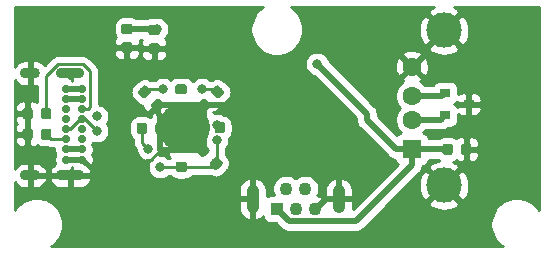
<source format=gbr>
G04 #@! TF.GenerationSoftware,KiCad,Pcbnew,(5.1.2)-1*
G04 #@! TF.CreationDate,2019-08-24T20:09:31-04:00*
G04 #@! TF.ProjectId,REV Type-C V3,52455620-5479-4706-952d-432056332e6b,rev?*
G04 #@! TF.SameCoordinates,Original*
G04 #@! TF.FileFunction,Copper,L2,Bot*
G04 #@! TF.FilePolarity,Positive*
%FSLAX46Y46*%
G04 Gerber Fmt 4.6, Leading zero omitted, Abs format (unit mm)*
G04 Created by KiCad (PCBNEW (5.1.2)-1) date 2019-08-24 20:09:31*
%MOMM*%
%LPD*%
G04 APERTURE LIST*
%ADD10C,0.100000*%
%ADD11C,0.875000*%
%ADD12O,1.100000X2.400000*%
%ADD13C,1.100000*%
%ADD14R,1.100000X1.100000*%
%ADD15C,2.700000*%
%ADD16C,0.500000*%
%ADD17O,1.700000X0.900000*%
%ADD18O,2.400000X0.900000*%
%ADD19C,0.700000*%
%ADD20C,1.600000*%
%ADD21R,1.600000X1.600000*%
%ADD22C,3.000000*%
%ADD23R,0.900000X0.800000*%
%ADD24C,0.800000*%
%ADD25C,0.550000*%
%ADD26C,4.000000*%
%ADD27C,0.250000*%
%ADD28C,0.254000*%
G04 APERTURE END LIST*
D10*
G36*
X126807681Y-79796379D02*
G01*
X126828916Y-79799529D01*
X126849740Y-79804745D01*
X126869952Y-79811977D01*
X126889358Y-79821156D01*
X126907771Y-79832192D01*
X126925014Y-79844980D01*
X126940920Y-79859396D01*
X126955336Y-79875302D01*
X126968124Y-79892545D01*
X126979160Y-79910958D01*
X126988339Y-79930364D01*
X126995571Y-79950576D01*
X127000787Y-79971400D01*
X127003937Y-79992635D01*
X127004990Y-80014076D01*
X127004990Y-80451576D01*
X127003937Y-80473017D01*
X127000787Y-80494252D01*
X126995571Y-80515076D01*
X126988339Y-80535288D01*
X126979160Y-80554694D01*
X126968124Y-80573107D01*
X126955336Y-80590350D01*
X126940920Y-80606256D01*
X126925014Y-80620672D01*
X126907771Y-80633460D01*
X126889358Y-80644496D01*
X126869952Y-80653675D01*
X126849740Y-80660907D01*
X126828916Y-80666123D01*
X126807681Y-80669273D01*
X126786240Y-80670326D01*
X126273740Y-80670326D01*
X126252299Y-80669273D01*
X126231064Y-80666123D01*
X126210240Y-80660907D01*
X126190028Y-80653675D01*
X126170622Y-80644496D01*
X126152209Y-80633460D01*
X126134966Y-80620672D01*
X126119060Y-80606256D01*
X126104644Y-80590350D01*
X126091856Y-80573107D01*
X126080820Y-80554694D01*
X126071641Y-80535288D01*
X126064409Y-80515076D01*
X126059193Y-80494252D01*
X126056043Y-80473017D01*
X126054990Y-80451576D01*
X126054990Y-80014076D01*
X126056043Y-79992635D01*
X126059193Y-79971400D01*
X126064409Y-79950576D01*
X126071641Y-79930364D01*
X126080820Y-79910958D01*
X126091856Y-79892545D01*
X126104644Y-79875302D01*
X126119060Y-79859396D01*
X126134966Y-79844980D01*
X126152209Y-79832192D01*
X126170622Y-79821156D01*
X126190028Y-79811977D01*
X126210240Y-79804745D01*
X126231064Y-79799529D01*
X126252299Y-79796379D01*
X126273740Y-79795326D01*
X126786240Y-79795326D01*
X126807681Y-79796379D01*
X126807681Y-79796379D01*
G37*
D11*
X126529990Y-80232826D03*
D10*
G36*
X126807681Y-78221379D02*
G01*
X126828916Y-78224529D01*
X126849740Y-78229745D01*
X126869952Y-78236977D01*
X126889358Y-78246156D01*
X126907771Y-78257192D01*
X126925014Y-78269980D01*
X126940920Y-78284396D01*
X126955336Y-78300302D01*
X126968124Y-78317545D01*
X126979160Y-78335958D01*
X126988339Y-78355364D01*
X126995571Y-78375576D01*
X127000787Y-78396400D01*
X127003937Y-78417635D01*
X127004990Y-78439076D01*
X127004990Y-78876576D01*
X127003937Y-78898017D01*
X127000787Y-78919252D01*
X126995571Y-78940076D01*
X126988339Y-78960288D01*
X126979160Y-78979694D01*
X126968124Y-78998107D01*
X126955336Y-79015350D01*
X126940920Y-79031256D01*
X126925014Y-79045672D01*
X126907771Y-79058460D01*
X126889358Y-79069496D01*
X126869952Y-79078675D01*
X126849740Y-79085907D01*
X126828916Y-79091123D01*
X126807681Y-79094273D01*
X126786240Y-79095326D01*
X126273740Y-79095326D01*
X126252299Y-79094273D01*
X126231064Y-79091123D01*
X126210240Y-79085907D01*
X126190028Y-79078675D01*
X126170622Y-79069496D01*
X126152209Y-79058460D01*
X126134966Y-79045672D01*
X126119060Y-79031256D01*
X126104644Y-79015350D01*
X126091856Y-78998107D01*
X126080820Y-78979694D01*
X126071641Y-78960288D01*
X126064409Y-78940076D01*
X126059193Y-78919252D01*
X126056043Y-78898017D01*
X126054990Y-78876576D01*
X126054990Y-78439076D01*
X126056043Y-78417635D01*
X126059193Y-78396400D01*
X126064409Y-78375576D01*
X126071641Y-78355364D01*
X126080820Y-78335958D01*
X126091856Y-78317545D01*
X126104644Y-78300302D01*
X126119060Y-78284396D01*
X126134966Y-78269980D01*
X126152209Y-78257192D01*
X126170622Y-78246156D01*
X126190028Y-78236977D01*
X126210240Y-78229745D01*
X126231064Y-78224529D01*
X126252299Y-78221379D01*
X126273740Y-78220326D01*
X126786240Y-78220326D01*
X126807681Y-78221379D01*
X126807681Y-78221379D01*
G37*
D11*
X126529990Y-78657826D03*
D12*
X139870000Y-82945000D03*
X132570000Y-82945000D03*
D13*
X137820000Y-83820000D03*
X137020000Y-82070000D03*
X136220000Y-83820000D03*
X135420000Y-82070000D03*
D14*
X134620000Y-83820000D03*
D10*
G36*
X128411111Y-78279580D02*
G01*
X128432346Y-78282730D01*
X128453170Y-78287946D01*
X128473382Y-78295178D01*
X128492788Y-78304357D01*
X128511201Y-78315393D01*
X128528444Y-78328181D01*
X128544350Y-78342597D01*
X128853709Y-78651956D01*
X128868125Y-78667862D01*
X128880913Y-78685105D01*
X128891949Y-78703518D01*
X128901128Y-78722924D01*
X128908360Y-78743136D01*
X128913576Y-78763960D01*
X128916726Y-78785195D01*
X128917779Y-78806636D01*
X128916726Y-78828077D01*
X128913576Y-78849312D01*
X128908360Y-78870136D01*
X128901128Y-78890348D01*
X128891949Y-78909754D01*
X128880913Y-78928167D01*
X128868125Y-78945410D01*
X128853709Y-78961316D01*
X128491316Y-79323709D01*
X128475410Y-79338125D01*
X128458167Y-79350913D01*
X128439754Y-79361949D01*
X128420348Y-79371128D01*
X128400136Y-79378360D01*
X128379312Y-79383576D01*
X128358077Y-79386726D01*
X128336636Y-79387779D01*
X128315195Y-79386726D01*
X128293960Y-79383576D01*
X128273136Y-79378360D01*
X128252924Y-79371128D01*
X128233518Y-79361949D01*
X128215105Y-79350913D01*
X128197862Y-79338125D01*
X128181956Y-79323709D01*
X127872597Y-79014350D01*
X127858181Y-78998444D01*
X127845393Y-78981201D01*
X127834357Y-78962788D01*
X127825178Y-78943382D01*
X127817946Y-78923170D01*
X127812730Y-78902346D01*
X127809580Y-78881111D01*
X127808527Y-78859670D01*
X127809580Y-78838229D01*
X127812730Y-78816994D01*
X127817946Y-78796170D01*
X127825178Y-78775958D01*
X127834357Y-78756552D01*
X127845393Y-78738139D01*
X127858181Y-78720896D01*
X127872597Y-78704990D01*
X128234990Y-78342597D01*
X128250896Y-78328181D01*
X128268139Y-78315393D01*
X128286552Y-78304357D01*
X128305958Y-78295178D01*
X128326170Y-78287946D01*
X128346994Y-78282730D01*
X128368229Y-78279580D01*
X128389670Y-78278527D01*
X128411111Y-78279580D01*
X128411111Y-78279580D01*
G37*
D11*
X128363153Y-78833153D03*
D10*
G36*
X129524805Y-79393274D02*
G01*
X129546040Y-79396424D01*
X129566864Y-79401640D01*
X129587076Y-79408872D01*
X129606482Y-79418051D01*
X129624895Y-79429087D01*
X129642138Y-79441875D01*
X129658044Y-79456291D01*
X129967403Y-79765650D01*
X129981819Y-79781556D01*
X129994607Y-79798799D01*
X130005643Y-79817212D01*
X130014822Y-79836618D01*
X130022054Y-79856830D01*
X130027270Y-79877654D01*
X130030420Y-79898889D01*
X130031473Y-79920330D01*
X130030420Y-79941771D01*
X130027270Y-79963006D01*
X130022054Y-79983830D01*
X130014822Y-80004042D01*
X130005643Y-80023448D01*
X129994607Y-80041861D01*
X129981819Y-80059104D01*
X129967403Y-80075010D01*
X129605010Y-80437403D01*
X129589104Y-80451819D01*
X129571861Y-80464607D01*
X129553448Y-80475643D01*
X129534042Y-80484822D01*
X129513830Y-80492054D01*
X129493006Y-80497270D01*
X129471771Y-80500420D01*
X129450330Y-80501473D01*
X129428889Y-80500420D01*
X129407654Y-80497270D01*
X129386830Y-80492054D01*
X129366618Y-80484822D01*
X129347212Y-80475643D01*
X129328799Y-80464607D01*
X129311556Y-80451819D01*
X129295650Y-80437403D01*
X128986291Y-80128044D01*
X128971875Y-80112138D01*
X128959087Y-80094895D01*
X128948051Y-80076482D01*
X128938872Y-80057076D01*
X128931640Y-80036864D01*
X128926424Y-80016040D01*
X128923274Y-79994805D01*
X128922221Y-79973364D01*
X128923274Y-79951923D01*
X128926424Y-79930688D01*
X128931640Y-79909864D01*
X128938872Y-79889652D01*
X128948051Y-79870246D01*
X128959087Y-79851833D01*
X128971875Y-79834590D01*
X128986291Y-79818684D01*
X129348684Y-79456291D01*
X129364590Y-79441875D01*
X129381833Y-79429087D01*
X129400246Y-79418051D01*
X129419652Y-79408872D01*
X129439864Y-79401640D01*
X129460688Y-79396424D01*
X129481923Y-79393274D01*
X129503364Y-79392221D01*
X129524805Y-79393274D01*
X129524805Y-79393274D01*
G37*
D11*
X129476847Y-79946847D03*
D10*
G36*
X127604503Y-75543704D02*
G01*
X127628772Y-75547304D01*
X127652570Y-75553265D01*
X127675670Y-75561530D01*
X127697849Y-75572020D01*
X127718892Y-75584633D01*
X127738598Y-75599248D01*
X127756776Y-75615724D01*
X127773252Y-75633902D01*
X127787867Y-75653608D01*
X127800480Y-75674651D01*
X127810970Y-75696830D01*
X127819235Y-75719930D01*
X127825196Y-75743728D01*
X127828796Y-75767997D01*
X127830000Y-75792501D01*
X127830000Y-77992499D01*
X127828796Y-78017003D01*
X127825196Y-78041272D01*
X127819235Y-78065070D01*
X127810970Y-78088170D01*
X127800480Y-78110349D01*
X127787867Y-78131392D01*
X127773252Y-78151098D01*
X127756776Y-78169276D01*
X127738598Y-78185752D01*
X127718892Y-78200367D01*
X127697849Y-78212980D01*
X127675670Y-78223470D01*
X127652570Y-78231735D01*
X127628772Y-78237696D01*
X127604503Y-78241296D01*
X127579999Y-78242500D01*
X125380001Y-78242500D01*
X125355497Y-78241296D01*
X125331228Y-78237696D01*
X125307430Y-78231735D01*
X125284330Y-78223470D01*
X125262151Y-78212980D01*
X125241108Y-78200367D01*
X125221402Y-78185752D01*
X125203224Y-78169276D01*
X125186748Y-78151098D01*
X125172133Y-78131392D01*
X125159520Y-78110349D01*
X125149030Y-78088170D01*
X125140765Y-78065070D01*
X125134804Y-78041272D01*
X125131204Y-78017003D01*
X125130000Y-77992499D01*
X125130000Y-75792501D01*
X125131204Y-75767997D01*
X125134804Y-75743728D01*
X125140765Y-75719930D01*
X125149030Y-75696830D01*
X125159520Y-75674651D01*
X125172133Y-75653608D01*
X125186748Y-75633902D01*
X125203224Y-75615724D01*
X125221402Y-75599248D01*
X125241108Y-75584633D01*
X125262151Y-75572020D01*
X125284330Y-75561530D01*
X125307430Y-75553265D01*
X125331228Y-75547304D01*
X125355497Y-75543704D01*
X125380001Y-75542500D01*
X127579999Y-75542500D01*
X127604503Y-75543704D01*
X127604503Y-75543704D01*
G37*
D15*
X126480000Y-76892500D03*
D16*
X127580000Y-75792500D03*
X127580000Y-76892500D03*
X127580000Y-77992500D03*
X126480000Y-75792500D03*
X126480000Y-76892500D03*
X126480000Y-77992500D03*
X125380000Y-75792500D03*
X125380000Y-76892500D03*
X125380000Y-77992500D03*
D10*
G36*
X123430191Y-76496053D02*
G01*
X123451426Y-76499203D01*
X123472250Y-76504419D01*
X123492462Y-76511651D01*
X123511868Y-76520830D01*
X123530281Y-76531866D01*
X123547524Y-76544654D01*
X123563430Y-76559070D01*
X123577846Y-76574976D01*
X123590634Y-76592219D01*
X123601670Y-76610632D01*
X123610849Y-76630038D01*
X123618081Y-76650250D01*
X123623297Y-76671074D01*
X123626447Y-76692309D01*
X123627500Y-76713750D01*
X123627500Y-77226250D01*
X123626447Y-77247691D01*
X123623297Y-77268926D01*
X123618081Y-77289750D01*
X123610849Y-77309962D01*
X123601670Y-77329368D01*
X123590634Y-77347781D01*
X123577846Y-77365024D01*
X123563430Y-77380930D01*
X123547524Y-77395346D01*
X123530281Y-77408134D01*
X123511868Y-77419170D01*
X123492462Y-77428349D01*
X123472250Y-77435581D01*
X123451426Y-77440797D01*
X123430191Y-77443947D01*
X123408750Y-77445000D01*
X122971250Y-77445000D01*
X122949809Y-77443947D01*
X122928574Y-77440797D01*
X122907750Y-77435581D01*
X122887538Y-77428349D01*
X122868132Y-77419170D01*
X122849719Y-77408134D01*
X122832476Y-77395346D01*
X122816570Y-77380930D01*
X122802154Y-77365024D01*
X122789366Y-77347781D01*
X122778330Y-77329368D01*
X122769151Y-77309962D01*
X122761919Y-77289750D01*
X122756703Y-77268926D01*
X122753553Y-77247691D01*
X122752500Y-77226250D01*
X122752500Y-76713750D01*
X122753553Y-76692309D01*
X122756703Y-76671074D01*
X122761919Y-76650250D01*
X122769151Y-76630038D01*
X122778330Y-76610632D01*
X122789366Y-76592219D01*
X122802154Y-76574976D01*
X122816570Y-76559070D01*
X122832476Y-76544654D01*
X122849719Y-76531866D01*
X122868132Y-76520830D01*
X122887538Y-76511651D01*
X122907750Y-76504419D01*
X122928574Y-76499203D01*
X122949809Y-76496053D01*
X122971250Y-76495000D01*
X123408750Y-76495000D01*
X123430191Y-76496053D01*
X123430191Y-76496053D01*
G37*
D11*
X123190000Y-76970000D03*
D10*
G36*
X125005191Y-76496053D02*
G01*
X125026426Y-76499203D01*
X125047250Y-76504419D01*
X125067462Y-76511651D01*
X125086868Y-76520830D01*
X125105281Y-76531866D01*
X125122524Y-76544654D01*
X125138430Y-76559070D01*
X125152846Y-76574976D01*
X125165634Y-76592219D01*
X125176670Y-76610632D01*
X125185849Y-76630038D01*
X125193081Y-76650250D01*
X125198297Y-76671074D01*
X125201447Y-76692309D01*
X125202500Y-76713750D01*
X125202500Y-77226250D01*
X125201447Y-77247691D01*
X125198297Y-77268926D01*
X125193081Y-77289750D01*
X125185849Y-77309962D01*
X125176670Y-77329368D01*
X125165634Y-77347781D01*
X125152846Y-77365024D01*
X125138430Y-77380930D01*
X125122524Y-77395346D01*
X125105281Y-77408134D01*
X125086868Y-77419170D01*
X125067462Y-77428349D01*
X125047250Y-77435581D01*
X125026426Y-77440797D01*
X125005191Y-77443947D01*
X124983750Y-77445000D01*
X124546250Y-77445000D01*
X124524809Y-77443947D01*
X124503574Y-77440797D01*
X124482750Y-77435581D01*
X124462538Y-77428349D01*
X124443132Y-77419170D01*
X124424719Y-77408134D01*
X124407476Y-77395346D01*
X124391570Y-77380930D01*
X124377154Y-77365024D01*
X124364366Y-77347781D01*
X124353330Y-77329368D01*
X124344151Y-77309962D01*
X124336919Y-77289750D01*
X124331703Y-77268926D01*
X124328553Y-77247691D01*
X124327500Y-77226250D01*
X124327500Y-76713750D01*
X124328553Y-76692309D01*
X124331703Y-76671074D01*
X124336919Y-76650250D01*
X124344151Y-76630038D01*
X124353330Y-76610632D01*
X124364366Y-76592219D01*
X124377154Y-76574976D01*
X124391570Y-76559070D01*
X124407476Y-76544654D01*
X124424719Y-76531866D01*
X124443132Y-76520830D01*
X124462538Y-76511651D01*
X124482750Y-76504419D01*
X124503574Y-76499203D01*
X124524809Y-76496053D01*
X124546250Y-76495000D01*
X124983750Y-76495000D01*
X125005191Y-76496053D01*
X125005191Y-76496053D01*
G37*
D11*
X124765000Y-76970000D03*
D10*
G36*
X130030191Y-76446053D02*
G01*
X130051426Y-76449203D01*
X130072250Y-76454419D01*
X130092462Y-76461651D01*
X130111868Y-76470830D01*
X130130281Y-76481866D01*
X130147524Y-76494654D01*
X130163430Y-76509070D01*
X130177846Y-76524976D01*
X130190634Y-76542219D01*
X130201670Y-76560632D01*
X130210849Y-76580038D01*
X130218081Y-76600250D01*
X130223297Y-76621074D01*
X130226447Y-76642309D01*
X130227500Y-76663750D01*
X130227500Y-77176250D01*
X130226447Y-77197691D01*
X130223297Y-77218926D01*
X130218081Y-77239750D01*
X130210849Y-77259962D01*
X130201670Y-77279368D01*
X130190634Y-77297781D01*
X130177846Y-77315024D01*
X130163430Y-77330930D01*
X130147524Y-77345346D01*
X130130281Y-77358134D01*
X130111868Y-77369170D01*
X130092462Y-77378349D01*
X130072250Y-77385581D01*
X130051426Y-77390797D01*
X130030191Y-77393947D01*
X130008750Y-77395000D01*
X129571250Y-77395000D01*
X129549809Y-77393947D01*
X129528574Y-77390797D01*
X129507750Y-77385581D01*
X129487538Y-77378349D01*
X129468132Y-77369170D01*
X129449719Y-77358134D01*
X129432476Y-77345346D01*
X129416570Y-77330930D01*
X129402154Y-77315024D01*
X129389366Y-77297781D01*
X129378330Y-77279368D01*
X129369151Y-77259962D01*
X129361919Y-77239750D01*
X129356703Y-77218926D01*
X129353553Y-77197691D01*
X129352500Y-77176250D01*
X129352500Y-76663750D01*
X129353553Y-76642309D01*
X129356703Y-76621074D01*
X129361919Y-76600250D01*
X129369151Y-76580038D01*
X129378330Y-76560632D01*
X129389366Y-76542219D01*
X129402154Y-76524976D01*
X129416570Y-76509070D01*
X129432476Y-76494654D01*
X129449719Y-76481866D01*
X129468132Y-76470830D01*
X129487538Y-76461651D01*
X129507750Y-76454419D01*
X129528574Y-76449203D01*
X129549809Y-76446053D01*
X129571250Y-76445000D01*
X130008750Y-76445000D01*
X130030191Y-76446053D01*
X130030191Y-76446053D01*
G37*
D11*
X129790000Y-76920000D03*
D10*
G36*
X128455191Y-76446053D02*
G01*
X128476426Y-76449203D01*
X128497250Y-76454419D01*
X128517462Y-76461651D01*
X128536868Y-76470830D01*
X128555281Y-76481866D01*
X128572524Y-76494654D01*
X128588430Y-76509070D01*
X128602846Y-76524976D01*
X128615634Y-76542219D01*
X128626670Y-76560632D01*
X128635849Y-76580038D01*
X128643081Y-76600250D01*
X128648297Y-76621074D01*
X128651447Y-76642309D01*
X128652500Y-76663750D01*
X128652500Y-77176250D01*
X128651447Y-77197691D01*
X128648297Y-77218926D01*
X128643081Y-77239750D01*
X128635849Y-77259962D01*
X128626670Y-77279368D01*
X128615634Y-77297781D01*
X128602846Y-77315024D01*
X128588430Y-77330930D01*
X128572524Y-77345346D01*
X128555281Y-77358134D01*
X128536868Y-77369170D01*
X128517462Y-77378349D01*
X128497250Y-77385581D01*
X128476426Y-77390797D01*
X128455191Y-77393947D01*
X128433750Y-77395000D01*
X127996250Y-77395000D01*
X127974809Y-77393947D01*
X127953574Y-77390797D01*
X127932750Y-77385581D01*
X127912538Y-77378349D01*
X127893132Y-77369170D01*
X127874719Y-77358134D01*
X127857476Y-77345346D01*
X127841570Y-77330930D01*
X127827154Y-77315024D01*
X127814366Y-77297781D01*
X127803330Y-77279368D01*
X127794151Y-77259962D01*
X127786919Y-77239750D01*
X127781703Y-77218926D01*
X127778553Y-77197691D01*
X127777500Y-77176250D01*
X127777500Y-76663750D01*
X127778553Y-76642309D01*
X127781703Y-76621074D01*
X127786919Y-76600250D01*
X127794151Y-76580038D01*
X127803330Y-76560632D01*
X127814366Y-76542219D01*
X127827154Y-76524976D01*
X127841570Y-76509070D01*
X127857476Y-76494654D01*
X127874719Y-76481866D01*
X127893132Y-76470830D01*
X127912538Y-76461651D01*
X127932750Y-76454419D01*
X127953574Y-76449203D01*
X127974809Y-76446053D01*
X127996250Y-76445000D01*
X128433750Y-76445000D01*
X128455191Y-76446053D01*
X128455191Y-76446053D01*
G37*
D11*
X128215000Y-76920000D03*
D10*
G36*
X115327691Y-76996053D02*
G01*
X115348926Y-76999203D01*
X115369750Y-77004419D01*
X115389962Y-77011651D01*
X115409368Y-77020830D01*
X115427781Y-77031866D01*
X115445024Y-77044654D01*
X115460930Y-77059070D01*
X115475346Y-77074976D01*
X115488134Y-77092219D01*
X115499170Y-77110632D01*
X115508349Y-77130038D01*
X115515581Y-77150250D01*
X115520797Y-77171074D01*
X115523947Y-77192309D01*
X115525000Y-77213750D01*
X115525000Y-77726250D01*
X115523947Y-77747691D01*
X115520797Y-77768926D01*
X115515581Y-77789750D01*
X115508349Y-77809962D01*
X115499170Y-77829368D01*
X115488134Y-77847781D01*
X115475346Y-77865024D01*
X115460930Y-77880930D01*
X115445024Y-77895346D01*
X115427781Y-77908134D01*
X115409368Y-77919170D01*
X115389962Y-77928349D01*
X115369750Y-77935581D01*
X115348926Y-77940797D01*
X115327691Y-77943947D01*
X115306250Y-77945000D01*
X114868750Y-77945000D01*
X114847309Y-77943947D01*
X114826074Y-77940797D01*
X114805250Y-77935581D01*
X114785038Y-77928349D01*
X114765632Y-77919170D01*
X114747219Y-77908134D01*
X114729976Y-77895346D01*
X114714070Y-77880930D01*
X114699654Y-77865024D01*
X114686866Y-77847781D01*
X114675830Y-77829368D01*
X114666651Y-77809962D01*
X114659419Y-77789750D01*
X114654203Y-77768926D01*
X114651053Y-77747691D01*
X114650000Y-77726250D01*
X114650000Y-77213750D01*
X114651053Y-77192309D01*
X114654203Y-77171074D01*
X114659419Y-77150250D01*
X114666651Y-77130038D01*
X114675830Y-77110632D01*
X114686866Y-77092219D01*
X114699654Y-77074976D01*
X114714070Y-77059070D01*
X114729976Y-77044654D01*
X114747219Y-77031866D01*
X114765632Y-77020830D01*
X114785038Y-77011651D01*
X114805250Y-77004419D01*
X114826074Y-76999203D01*
X114847309Y-76996053D01*
X114868750Y-76995000D01*
X115306250Y-76995000D01*
X115327691Y-76996053D01*
X115327691Y-76996053D01*
G37*
D11*
X115087500Y-77470000D03*
D10*
G36*
X113752691Y-76996053D02*
G01*
X113773926Y-76999203D01*
X113794750Y-77004419D01*
X113814962Y-77011651D01*
X113834368Y-77020830D01*
X113852781Y-77031866D01*
X113870024Y-77044654D01*
X113885930Y-77059070D01*
X113900346Y-77074976D01*
X113913134Y-77092219D01*
X113924170Y-77110632D01*
X113933349Y-77130038D01*
X113940581Y-77150250D01*
X113945797Y-77171074D01*
X113948947Y-77192309D01*
X113950000Y-77213750D01*
X113950000Y-77726250D01*
X113948947Y-77747691D01*
X113945797Y-77768926D01*
X113940581Y-77789750D01*
X113933349Y-77809962D01*
X113924170Y-77829368D01*
X113913134Y-77847781D01*
X113900346Y-77865024D01*
X113885930Y-77880930D01*
X113870024Y-77895346D01*
X113852781Y-77908134D01*
X113834368Y-77919170D01*
X113814962Y-77928349D01*
X113794750Y-77935581D01*
X113773926Y-77940797D01*
X113752691Y-77943947D01*
X113731250Y-77945000D01*
X113293750Y-77945000D01*
X113272309Y-77943947D01*
X113251074Y-77940797D01*
X113230250Y-77935581D01*
X113210038Y-77928349D01*
X113190632Y-77919170D01*
X113172219Y-77908134D01*
X113154976Y-77895346D01*
X113139070Y-77880930D01*
X113124654Y-77865024D01*
X113111866Y-77847781D01*
X113100830Y-77829368D01*
X113091651Y-77809962D01*
X113084419Y-77789750D01*
X113079203Y-77768926D01*
X113076053Y-77747691D01*
X113075000Y-77726250D01*
X113075000Y-77213750D01*
X113076053Y-77192309D01*
X113079203Y-77171074D01*
X113084419Y-77150250D01*
X113091651Y-77130038D01*
X113100830Y-77110632D01*
X113111866Y-77092219D01*
X113124654Y-77074976D01*
X113139070Y-77059070D01*
X113154976Y-77044654D01*
X113172219Y-77031866D01*
X113190632Y-77020830D01*
X113210038Y-77011651D01*
X113230250Y-77004419D01*
X113251074Y-76999203D01*
X113272309Y-76996053D01*
X113293750Y-76995000D01*
X113731250Y-76995000D01*
X113752691Y-76996053D01*
X113752691Y-76996053D01*
G37*
D11*
X113512500Y-77470000D03*
D10*
G36*
X115327691Y-75243553D02*
G01*
X115348926Y-75246703D01*
X115369750Y-75251919D01*
X115389962Y-75259151D01*
X115409368Y-75268330D01*
X115427781Y-75279366D01*
X115445024Y-75292154D01*
X115460930Y-75306570D01*
X115475346Y-75322476D01*
X115488134Y-75339719D01*
X115499170Y-75358132D01*
X115508349Y-75377538D01*
X115515581Y-75397750D01*
X115520797Y-75418574D01*
X115523947Y-75439809D01*
X115525000Y-75461250D01*
X115525000Y-75973750D01*
X115523947Y-75995191D01*
X115520797Y-76016426D01*
X115515581Y-76037250D01*
X115508349Y-76057462D01*
X115499170Y-76076868D01*
X115488134Y-76095281D01*
X115475346Y-76112524D01*
X115460930Y-76128430D01*
X115445024Y-76142846D01*
X115427781Y-76155634D01*
X115409368Y-76166670D01*
X115389962Y-76175849D01*
X115369750Y-76183081D01*
X115348926Y-76188297D01*
X115327691Y-76191447D01*
X115306250Y-76192500D01*
X114868750Y-76192500D01*
X114847309Y-76191447D01*
X114826074Y-76188297D01*
X114805250Y-76183081D01*
X114785038Y-76175849D01*
X114765632Y-76166670D01*
X114747219Y-76155634D01*
X114729976Y-76142846D01*
X114714070Y-76128430D01*
X114699654Y-76112524D01*
X114686866Y-76095281D01*
X114675830Y-76076868D01*
X114666651Y-76057462D01*
X114659419Y-76037250D01*
X114654203Y-76016426D01*
X114651053Y-75995191D01*
X114650000Y-75973750D01*
X114650000Y-75461250D01*
X114651053Y-75439809D01*
X114654203Y-75418574D01*
X114659419Y-75397750D01*
X114666651Y-75377538D01*
X114675830Y-75358132D01*
X114686866Y-75339719D01*
X114699654Y-75322476D01*
X114714070Y-75306570D01*
X114729976Y-75292154D01*
X114747219Y-75279366D01*
X114765632Y-75268330D01*
X114785038Y-75259151D01*
X114805250Y-75251919D01*
X114826074Y-75246703D01*
X114847309Y-75243553D01*
X114868750Y-75242500D01*
X115306250Y-75242500D01*
X115327691Y-75243553D01*
X115327691Y-75243553D01*
G37*
D11*
X115087500Y-75717500D03*
D10*
G36*
X113752691Y-75243553D02*
G01*
X113773926Y-75246703D01*
X113794750Y-75251919D01*
X113814962Y-75259151D01*
X113834368Y-75268330D01*
X113852781Y-75279366D01*
X113870024Y-75292154D01*
X113885930Y-75306570D01*
X113900346Y-75322476D01*
X113913134Y-75339719D01*
X113924170Y-75358132D01*
X113933349Y-75377538D01*
X113940581Y-75397750D01*
X113945797Y-75418574D01*
X113948947Y-75439809D01*
X113950000Y-75461250D01*
X113950000Y-75973750D01*
X113948947Y-75995191D01*
X113945797Y-76016426D01*
X113940581Y-76037250D01*
X113933349Y-76057462D01*
X113924170Y-76076868D01*
X113913134Y-76095281D01*
X113900346Y-76112524D01*
X113885930Y-76128430D01*
X113870024Y-76142846D01*
X113852781Y-76155634D01*
X113834368Y-76166670D01*
X113814962Y-76175849D01*
X113794750Y-76183081D01*
X113773926Y-76188297D01*
X113752691Y-76191447D01*
X113731250Y-76192500D01*
X113293750Y-76192500D01*
X113272309Y-76191447D01*
X113251074Y-76188297D01*
X113230250Y-76183081D01*
X113210038Y-76175849D01*
X113190632Y-76166670D01*
X113172219Y-76155634D01*
X113154976Y-76142846D01*
X113139070Y-76128430D01*
X113124654Y-76112524D01*
X113111866Y-76095281D01*
X113100830Y-76076868D01*
X113091651Y-76057462D01*
X113084419Y-76037250D01*
X113079203Y-76016426D01*
X113076053Y-75995191D01*
X113075000Y-75973750D01*
X113075000Y-75461250D01*
X113076053Y-75439809D01*
X113079203Y-75418574D01*
X113084419Y-75397750D01*
X113091651Y-75377538D01*
X113100830Y-75358132D01*
X113111866Y-75339719D01*
X113124654Y-75322476D01*
X113139070Y-75306570D01*
X113154976Y-75292154D01*
X113172219Y-75279366D01*
X113190632Y-75268330D01*
X113210038Y-75259151D01*
X113230250Y-75251919D01*
X113251074Y-75246703D01*
X113272309Y-75243553D01*
X113293750Y-75242500D01*
X113731250Y-75242500D01*
X113752691Y-75243553D01*
X113752691Y-75243553D01*
G37*
D11*
X113512500Y-75717500D03*
D10*
G36*
X123451111Y-73337080D02*
G01*
X123472346Y-73340230D01*
X123493170Y-73345446D01*
X123513382Y-73352678D01*
X123532788Y-73361857D01*
X123551201Y-73372893D01*
X123568444Y-73385681D01*
X123584350Y-73400097D01*
X123893709Y-73709456D01*
X123908125Y-73725362D01*
X123920913Y-73742605D01*
X123931949Y-73761018D01*
X123941128Y-73780424D01*
X123948360Y-73800636D01*
X123953576Y-73821460D01*
X123956726Y-73842695D01*
X123957779Y-73864136D01*
X123956726Y-73885577D01*
X123953576Y-73906812D01*
X123948360Y-73927636D01*
X123941128Y-73947848D01*
X123931949Y-73967254D01*
X123920913Y-73985667D01*
X123908125Y-74002910D01*
X123893709Y-74018816D01*
X123531316Y-74381209D01*
X123515410Y-74395625D01*
X123498167Y-74408413D01*
X123479754Y-74419449D01*
X123460348Y-74428628D01*
X123440136Y-74435860D01*
X123419312Y-74441076D01*
X123398077Y-74444226D01*
X123376636Y-74445279D01*
X123355195Y-74444226D01*
X123333960Y-74441076D01*
X123313136Y-74435860D01*
X123292924Y-74428628D01*
X123273518Y-74419449D01*
X123255105Y-74408413D01*
X123237862Y-74395625D01*
X123221956Y-74381209D01*
X122912597Y-74071850D01*
X122898181Y-74055944D01*
X122885393Y-74038701D01*
X122874357Y-74020288D01*
X122865178Y-74000882D01*
X122857946Y-73980670D01*
X122852730Y-73959846D01*
X122849580Y-73938611D01*
X122848527Y-73917170D01*
X122849580Y-73895729D01*
X122852730Y-73874494D01*
X122857946Y-73853670D01*
X122865178Y-73833458D01*
X122874357Y-73814052D01*
X122885393Y-73795639D01*
X122898181Y-73778396D01*
X122912597Y-73762490D01*
X123274990Y-73400097D01*
X123290896Y-73385681D01*
X123308139Y-73372893D01*
X123326552Y-73361857D01*
X123345958Y-73352678D01*
X123366170Y-73345446D01*
X123386994Y-73340230D01*
X123408229Y-73337080D01*
X123429670Y-73336027D01*
X123451111Y-73337080D01*
X123451111Y-73337080D01*
G37*
D11*
X123403153Y-73890653D03*
D10*
G36*
X124564805Y-74450774D02*
G01*
X124586040Y-74453924D01*
X124606864Y-74459140D01*
X124627076Y-74466372D01*
X124646482Y-74475551D01*
X124664895Y-74486587D01*
X124682138Y-74499375D01*
X124698044Y-74513791D01*
X125007403Y-74823150D01*
X125021819Y-74839056D01*
X125034607Y-74856299D01*
X125045643Y-74874712D01*
X125054822Y-74894118D01*
X125062054Y-74914330D01*
X125067270Y-74935154D01*
X125070420Y-74956389D01*
X125071473Y-74977830D01*
X125070420Y-74999271D01*
X125067270Y-75020506D01*
X125062054Y-75041330D01*
X125054822Y-75061542D01*
X125045643Y-75080948D01*
X125034607Y-75099361D01*
X125021819Y-75116604D01*
X125007403Y-75132510D01*
X124645010Y-75494903D01*
X124629104Y-75509319D01*
X124611861Y-75522107D01*
X124593448Y-75533143D01*
X124574042Y-75542322D01*
X124553830Y-75549554D01*
X124533006Y-75554770D01*
X124511771Y-75557920D01*
X124490330Y-75558973D01*
X124468889Y-75557920D01*
X124447654Y-75554770D01*
X124426830Y-75549554D01*
X124406618Y-75542322D01*
X124387212Y-75533143D01*
X124368799Y-75522107D01*
X124351556Y-75509319D01*
X124335650Y-75494903D01*
X124026291Y-75185544D01*
X124011875Y-75169638D01*
X123999087Y-75152395D01*
X123988051Y-75133982D01*
X123978872Y-75114576D01*
X123971640Y-75094364D01*
X123966424Y-75073540D01*
X123963274Y-75052305D01*
X123962221Y-75030864D01*
X123963274Y-75009423D01*
X123966424Y-74988188D01*
X123971640Y-74967364D01*
X123978872Y-74947152D01*
X123988051Y-74927746D01*
X123999087Y-74909333D01*
X124011875Y-74892090D01*
X124026291Y-74876184D01*
X124388684Y-74513791D01*
X124404590Y-74499375D01*
X124421833Y-74486587D01*
X124440246Y-74475551D01*
X124459652Y-74466372D01*
X124479864Y-74459140D01*
X124500688Y-74453924D01*
X124521923Y-74450774D01*
X124543364Y-74449721D01*
X124564805Y-74450774D01*
X124564805Y-74450774D01*
G37*
D11*
X124516847Y-75004347D03*
D10*
G36*
X126777691Y-74798553D02*
G01*
X126798926Y-74801703D01*
X126819750Y-74806919D01*
X126839962Y-74814151D01*
X126859368Y-74823330D01*
X126877781Y-74834366D01*
X126895024Y-74847154D01*
X126910930Y-74861570D01*
X126925346Y-74877476D01*
X126938134Y-74894719D01*
X126949170Y-74913132D01*
X126958349Y-74932538D01*
X126965581Y-74952750D01*
X126970797Y-74973574D01*
X126973947Y-74994809D01*
X126975000Y-75016250D01*
X126975000Y-75453750D01*
X126973947Y-75475191D01*
X126970797Y-75496426D01*
X126965581Y-75517250D01*
X126958349Y-75537462D01*
X126949170Y-75556868D01*
X126938134Y-75575281D01*
X126925346Y-75592524D01*
X126910930Y-75608430D01*
X126895024Y-75622846D01*
X126877781Y-75635634D01*
X126859368Y-75646670D01*
X126839962Y-75655849D01*
X126819750Y-75663081D01*
X126798926Y-75668297D01*
X126777691Y-75671447D01*
X126756250Y-75672500D01*
X126243750Y-75672500D01*
X126222309Y-75671447D01*
X126201074Y-75668297D01*
X126180250Y-75663081D01*
X126160038Y-75655849D01*
X126140632Y-75646670D01*
X126122219Y-75635634D01*
X126104976Y-75622846D01*
X126089070Y-75608430D01*
X126074654Y-75592524D01*
X126061866Y-75575281D01*
X126050830Y-75556868D01*
X126041651Y-75537462D01*
X126034419Y-75517250D01*
X126029203Y-75496426D01*
X126026053Y-75475191D01*
X126025000Y-75453750D01*
X126025000Y-75016250D01*
X126026053Y-74994809D01*
X126029203Y-74973574D01*
X126034419Y-74952750D01*
X126041651Y-74932538D01*
X126050830Y-74913132D01*
X126061866Y-74894719D01*
X126074654Y-74877476D01*
X126089070Y-74861570D01*
X126104976Y-74847154D01*
X126122219Y-74834366D01*
X126140632Y-74823330D01*
X126160038Y-74814151D01*
X126180250Y-74806919D01*
X126201074Y-74801703D01*
X126222309Y-74798553D01*
X126243750Y-74797500D01*
X126756250Y-74797500D01*
X126777691Y-74798553D01*
X126777691Y-74798553D01*
G37*
D11*
X126500000Y-75235000D03*
D10*
G36*
X126777691Y-73223553D02*
G01*
X126798926Y-73226703D01*
X126819750Y-73231919D01*
X126839962Y-73239151D01*
X126859368Y-73248330D01*
X126877781Y-73259366D01*
X126895024Y-73272154D01*
X126910930Y-73286570D01*
X126925346Y-73302476D01*
X126938134Y-73319719D01*
X126949170Y-73338132D01*
X126958349Y-73357538D01*
X126965581Y-73377750D01*
X126970797Y-73398574D01*
X126973947Y-73419809D01*
X126975000Y-73441250D01*
X126975000Y-73878750D01*
X126973947Y-73900191D01*
X126970797Y-73921426D01*
X126965581Y-73942250D01*
X126958349Y-73962462D01*
X126949170Y-73981868D01*
X126938134Y-74000281D01*
X126925346Y-74017524D01*
X126910930Y-74033430D01*
X126895024Y-74047846D01*
X126877781Y-74060634D01*
X126859368Y-74071670D01*
X126839962Y-74080849D01*
X126819750Y-74088081D01*
X126798926Y-74093297D01*
X126777691Y-74096447D01*
X126756250Y-74097500D01*
X126243750Y-74097500D01*
X126222309Y-74096447D01*
X126201074Y-74093297D01*
X126180250Y-74088081D01*
X126160038Y-74080849D01*
X126140632Y-74071670D01*
X126122219Y-74060634D01*
X126104976Y-74047846D01*
X126089070Y-74033430D01*
X126074654Y-74017524D01*
X126061866Y-74000281D01*
X126050830Y-73981868D01*
X126041651Y-73962462D01*
X126034419Y-73942250D01*
X126029203Y-73921426D01*
X126026053Y-73900191D01*
X126025000Y-73878750D01*
X126025000Y-73441250D01*
X126026053Y-73419809D01*
X126029203Y-73398574D01*
X126034419Y-73377750D01*
X126041651Y-73357538D01*
X126050830Y-73338132D01*
X126061866Y-73319719D01*
X126074654Y-73302476D01*
X126089070Y-73286570D01*
X126104976Y-73272154D01*
X126122219Y-73259366D01*
X126140632Y-73248330D01*
X126160038Y-73239151D01*
X126180250Y-73231919D01*
X126201074Y-73226703D01*
X126222309Y-73223553D01*
X126243750Y-73222500D01*
X126756250Y-73222500D01*
X126777691Y-73223553D01*
X126777691Y-73223553D01*
G37*
D11*
X126500000Y-73660000D03*
D10*
G36*
X128478077Y-74450774D02*
G01*
X128499312Y-74453924D01*
X128520136Y-74459140D01*
X128540348Y-74466372D01*
X128559754Y-74475551D01*
X128578167Y-74486587D01*
X128595410Y-74499375D01*
X128611316Y-74513791D01*
X128973709Y-74876184D01*
X128988125Y-74892090D01*
X129000913Y-74909333D01*
X129011949Y-74927746D01*
X129021128Y-74947152D01*
X129028360Y-74967364D01*
X129033576Y-74988188D01*
X129036726Y-75009423D01*
X129037779Y-75030864D01*
X129036726Y-75052305D01*
X129033576Y-75073540D01*
X129028360Y-75094364D01*
X129021128Y-75114576D01*
X129011949Y-75133982D01*
X129000913Y-75152395D01*
X128988125Y-75169638D01*
X128973709Y-75185544D01*
X128664350Y-75494903D01*
X128648444Y-75509319D01*
X128631201Y-75522107D01*
X128612788Y-75533143D01*
X128593382Y-75542322D01*
X128573170Y-75549554D01*
X128552346Y-75554770D01*
X128531111Y-75557920D01*
X128509670Y-75558973D01*
X128488229Y-75557920D01*
X128466994Y-75554770D01*
X128446170Y-75549554D01*
X128425958Y-75542322D01*
X128406552Y-75533143D01*
X128388139Y-75522107D01*
X128370896Y-75509319D01*
X128354990Y-75494903D01*
X127992597Y-75132510D01*
X127978181Y-75116604D01*
X127965393Y-75099361D01*
X127954357Y-75080948D01*
X127945178Y-75061542D01*
X127937946Y-75041330D01*
X127932730Y-75020506D01*
X127929580Y-74999271D01*
X127928527Y-74977830D01*
X127929580Y-74956389D01*
X127932730Y-74935154D01*
X127937946Y-74914330D01*
X127945178Y-74894118D01*
X127954357Y-74874712D01*
X127965393Y-74856299D01*
X127978181Y-74839056D01*
X127992597Y-74823150D01*
X128301956Y-74513791D01*
X128317862Y-74499375D01*
X128335105Y-74486587D01*
X128353518Y-74475551D01*
X128372924Y-74466372D01*
X128393136Y-74459140D01*
X128413960Y-74453924D01*
X128435195Y-74450774D01*
X128456636Y-74449721D01*
X128478077Y-74450774D01*
X128478077Y-74450774D01*
G37*
D11*
X128483153Y-75004347D03*
D10*
G36*
X129591771Y-73337080D02*
G01*
X129613006Y-73340230D01*
X129633830Y-73345446D01*
X129654042Y-73352678D01*
X129673448Y-73361857D01*
X129691861Y-73372893D01*
X129709104Y-73385681D01*
X129725010Y-73400097D01*
X130087403Y-73762490D01*
X130101819Y-73778396D01*
X130114607Y-73795639D01*
X130125643Y-73814052D01*
X130134822Y-73833458D01*
X130142054Y-73853670D01*
X130147270Y-73874494D01*
X130150420Y-73895729D01*
X130151473Y-73917170D01*
X130150420Y-73938611D01*
X130147270Y-73959846D01*
X130142054Y-73980670D01*
X130134822Y-74000882D01*
X130125643Y-74020288D01*
X130114607Y-74038701D01*
X130101819Y-74055944D01*
X130087403Y-74071850D01*
X129778044Y-74381209D01*
X129762138Y-74395625D01*
X129744895Y-74408413D01*
X129726482Y-74419449D01*
X129707076Y-74428628D01*
X129686864Y-74435860D01*
X129666040Y-74441076D01*
X129644805Y-74444226D01*
X129623364Y-74445279D01*
X129601923Y-74444226D01*
X129580688Y-74441076D01*
X129559864Y-74435860D01*
X129539652Y-74428628D01*
X129520246Y-74419449D01*
X129501833Y-74408413D01*
X129484590Y-74395625D01*
X129468684Y-74381209D01*
X129106291Y-74018816D01*
X129091875Y-74002910D01*
X129079087Y-73985667D01*
X129068051Y-73967254D01*
X129058872Y-73947848D01*
X129051640Y-73927636D01*
X129046424Y-73906812D01*
X129043274Y-73885577D01*
X129042221Y-73864136D01*
X129043274Y-73842695D01*
X129046424Y-73821460D01*
X129051640Y-73800636D01*
X129058872Y-73780424D01*
X129068051Y-73761018D01*
X129079087Y-73742605D01*
X129091875Y-73725362D01*
X129106291Y-73709456D01*
X129415650Y-73400097D01*
X129431556Y-73385681D01*
X129448799Y-73372893D01*
X129467212Y-73361857D01*
X129486618Y-73352678D01*
X129506830Y-73345446D01*
X129527654Y-73340230D01*
X129548889Y-73337080D01*
X129570330Y-73336027D01*
X129591771Y-73337080D01*
X129591771Y-73337080D01*
G37*
D11*
X129596847Y-73890653D03*
D17*
X113750000Y-80960000D03*
X113750000Y-72310000D03*
D18*
X117130000Y-80960000D03*
X117130000Y-72310000D03*
D19*
X116760000Y-77060000D03*
X116760000Y-79610000D03*
X116760000Y-78760000D03*
X116760000Y-77910000D03*
X116760000Y-73660000D03*
X116760000Y-75360000D03*
X116760000Y-76210000D03*
X116760000Y-74510000D03*
X118110000Y-79610000D03*
X118110000Y-78760000D03*
X118110000Y-77910000D03*
X118110000Y-77060000D03*
X118110000Y-76210000D03*
X118110000Y-75360000D03*
X118110000Y-74510000D03*
X118110000Y-73660000D03*
D20*
X146050000Y-71740000D03*
X146050000Y-74240000D03*
X146050000Y-76240000D03*
D21*
X146050000Y-78740000D03*
D22*
X148760000Y-81810000D03*
X148760000Y-68670000D03*
D23*
X150860000Y-74930000D03*
X148860000Y-73980000D03*
X148860000Y-75880000D03*
D10*
G36*
X124497691Y-69781053D02*
G01*
X124518926Y-69784203D01*
X124539750Y-69789419D01*
X124559962Y-69796651D01*
X124579368Y-69805830D01*
X124597781Y-69816866D01*
X124615024Y-69829654D01*
X124630930Y-69844070D01*
X124645346Y-69859976D01*
X124658134Y-69877219D01*
X124669170Y-69895632D01*
X124678349Y-69915038D01*
X124685581Y-69935250D01*
X124690797Y-69956074D01*
X124693947Y-69977309D01*
X124695000Y-69998750D01*
X124695000Y-70436250D01*
X124693947Y-70457691D01*
X124690797Y-70478926D01*
X124685581Y-70499750D01*
X124678349Y-70519962D01*
X124669170Y-70539368D01*
X124658134Y-70557781D01*
X124645346Y-70575024D01*
X124630930Y-70590930D01*
X124615024Y-70605346D01*
X124597781Y-70618134D01*
X124579368Y-70629170D01*
X124559962Y-70638349D01*
X124539750Y-70645581D01*
X124518926Y-70650797D01*
X124497691Y-70653947D01*
X124476250Y-70655000D01*
X123963750Y-70655000D01*
X123942309Y-70653947D01*
X123921074Y-70650797D01*
X123900250Y-70645581D01*
X123880038Y-70638349D01*
X123860632Y-70629170D01*
X123842219Y-70618134D01*
X123824976Y-70605346D01*
X123809070Y-70590930D01*
X123794654Y-70575024D01*
X123781866Y-70557781D01*
X123770830Y-70539368D01*
X123761651Y-70519962D01*
X123754419Y-70499750D01*
X123749203Y-70478926D01*
X123746053Y-70457691D01*
X123745000Y-70436250D01*
X123745000Y-69998750D01*
X123746053Y-69977309D01*
X123749203Y-69956074D01*
X123754419Y-69935250D01*
X123761651Y-69915038D01*
X123770830Y-69895632D01*
X123781866Y-69877219D01*
X123794654Y-69859976D01*
X123809070Y-69844070D01*
X123824976Y-69829654D01*
X123842219Y-69816866D01*
X123860632Y-69805830D01*
X123880038Y-69796651D01*
X123900250Y-69789419D01*
X123921074Y-69784203D01*
X123942309Y-69781053D01*
X123963750Y-69780000D01*
X124476250Y-69780000D01*
X124497691Y-69781053D01*
X124497691Y-69781053D01*
G37*
D11*
X124220000Y-70217500D03*
D10*
G36*
X124497691Y-68206053D02*
G01*
X124518926Y-68209203D01*
X124539750Y-68214419D01*
X124559962Y-68221651D01*
X124579368Y-68230830D01*
X124597781Y-68241866D01*
X124615024Y-68254654D01*
X124630930Y-68269070D01*
X124645346Y-68284976D01*
X124658134Y-68302219D01*
X124669170Y-68320632D01*
X124678349Y-68340038D01*
X124685581Y-68360250D01*
X124690797Y-68381074D01*
X124693947Y-68402309D01*
X124695000Y-68423750D01*
X124695000Y-68861250D01*
X124693947Y-68882691D01*
X124690797Y-68903926D01*
X124685581Y-68924750D01*
X124678349Y-68944962D01*
X124669170Y-68964368D01*
X124658134Y-68982781D01*
X124645346Y-69000024D01*
X124630930Y-69015930D01*
X124615024Y-69030346D01*
X124597781Y-69043134D01*
X124579368Y-69054170D01*
X124559962Y-69063349D01*
X124539750Y-69070581D01*
X124518926Y-69075797D01*
X124497691Y-69078947D01*
X124476250Y-69080000D01*
X123963750Y-69080000D01*
X123942309Y-69078947D01*
X123921074Y-69075797D01*
X123900250Y-69070581D01*
X123880038Y-69063349D01*
X123860632Y-69054170D01*
X123842219Y-69043134D01*
X123824976Y-69030346D01*
X123809070Y-69015930D01*
X123794654Y-69000024D01*
X123781866Y-68982781D01*
X123770830Y-68964368D01*
X123761651Y-68944962D01*
X123754419Y-68924750D01*
X123749203Y-68903926D01*
X123746053Y-68882691D01*
X123745000Y-68861250D01*
X123745000Y-68423750D01*
X123746053Y-68402309D01*
X123749203Y-68381074D01*
X123754419Y-68360250D01*
X123761651Y-68340038D01*
X123770830Y-68320632D01*
X123781866Y-68302219D01*
X123794654Y-68284976D01*
X123809070Y-68269070D01*
X123824976Y-68254654D01*
X123842219Y-68241866D01*
X123860632Y-68230830D01*
X123880038Y-68221651D01*
X123900250Y-68214419D01*
X123921074Y-68209203D01*
X123942309Y-68206053D01*
X123963750Y-68205000D01*
X124476250Y-68205000D01*
X124497691Y-68206053D01*
X124497691Y-68206053D01*
G37*
D11*
X124220000Y-68642500D03*
D10*
G36*
X122197691Y-69681053D02*
G01*
X122218926Y-69684203D01*
X122239750Y-69689419D01*
X122259962Y-69696651D01*
X122279368Y-69705830D01*
X122297781Y-69716866D01*
X122315024Y-69729654D01*
X122330930Y-69744070D01*
X122345346Y-69759976D01*
X122358134Y-69777219D01*
X122369170Y-69795632D01*
X122378349Y-69815038D01*
X122385581Y-69835250D01*
X122390797Y-69856074D01*
X122393947Y-69877309D01*
X122395000Y-69898750D01*
X122395000Y-70336250D01*
X122393947Y-70357691D01*
X122390797Y-70378926D01*
X122385581Y-70399750D01*
X122378349Y-70419962D01*
X122369170Y-70439368D01*
X122358134Y-70457781D01*
X122345346Y-70475024D01*
X122330930Y-70490930D01*
X122315024Y-70505346D01*
X122297781Y-70518134D01*
X122279368Y-70529170D01*
X122259962Y-70538349D01*
X122239750Y-70545581D01*
X122218926Y-70550797D01*
X122197691Y-70553947D01*
X122176250Y-70555000D01*
X121663750Y-70555000D01*
X121642309Y-70553947D01*
X121621074Y-70550797D01*
X121600250Y-70545581D01*
X121580038Y-70538349D01*
X121560632Y-70529170D01*
X121542219Y-70518134D01*
X121524976Y-70505346D01*
X121509070Y-70490930D01*
X121494654Y-70475024D01*
X121481866Y-70457781D01*
X121470830Y-70439368D01*
X121461651Y-70419962D01*
X121454419Y-70399750D01*
X121449203Y-70378926D01*
X121446053Y-70357691D01*
X121445000Y-70336250D01*
X121445000Y-69898750D01*
X121446053Y-69877309D01*
X121449203Y-69856074D01*
X121454419Y-69835250D01*
X121461651Y-69815038D01*
X121470830Y-69795632D01*
X121481866Y-69777219D01*
X121494654Y-69759976D01*
X121509070Y-69744070D01*
X121524976Y-69729654D01*
X121542219Y-69716866D01*
X121560632Y-69705830D01*
X121580038Y-69696651D01*
X121600250Y-69689419D01*
X121621074Y-69684203D01*
X121642309Y-69681053D01*
X121663750Y-69680000D01*
X122176250Y-69680000D01*
X122197691Y-69681053D01*
X122197691Y-69681053D01*
G37*
D11*
X121920000Y-70117500D03*
D10*
G36*
X122197691Y-68106053D02*
G01*
X122218926Y-68109203D01*
X122239750Y-68114419D01*
X122259962Y-68121651D01*
X122279368Y-68130830D01*
X122297781Y-68141866D01*
X122315024Y-68154654D01*
X122330930Y-68169070D01*
X122345346Y-68184976D01*
X122358134Y-68202219D01*
X122369170Y-68220632D01*
X122378349Y-68240038D01*
X122385581Y-68260250D01*
X122390797Y-68281074D01*
X122393947Y-68302309D01*
X122395000Y-68323750D01*
X122395000Y-68761250D01*
X122393947Y-68782691D01*
X122390797Y-68803926D01*
X122385581Y-68824750D01*
X122378349Y-68844962D01*
X122369170Y-68864368D01*
X122358134Y-68882781D01*
X122345346Y-68900024D01*
X122330930Y-68915930D01*
X122315024Y-68930346D01*
X122297781Y-68943134D01*
X122279368Y-68954170D01*
X122259962Y-68963349D01*
X122239750Y-68970581D01*
X122218926Y-68975797D01*
X122197691Y-68978947D01*
X122176250Y-68980000D01*
X121663750Y-68980000D01*
X121642309Y-68978947D01*
X121621074Y-68975797D01*
X121600250Y-68970581D01*
X121580038Y-68963349D01*
X121560632Y-68954170D01*
X121542219Y-68943134D01*
X121524976Y-68930346D01*
X121509070Y-68915930D01*
X121494654Y-68900024D01*
X121481866Y-68882781D01*
X121470830Y-68864368D01*
X121461651Y-68844962D01*
X121454419Y-68824750D01*
X121449203Y-68803926D01*
X121446053Y-68782691D01*
X121445000Y-68761250D01*
X121445000Y-68323750D01*
X121446053Y-68302309D01*
X121449203Y-68281074D01*
X121454419Y-68260250D01*
X121461651Y-68240038D01*
X121470830Y-68220632D01*
X121481866Y-68202219D01*
X121494654Y-68184976D01*
X121509070Y-68169070D01*
X121524976Y-68154654D01*
X121542219Y-68141866D01*
X121560632Y-68130830D01*
X121580038Y-68121651D01*
X121600250Y-68114419D01*
X121621074Y-68109203D01*
X121642309Y-68106053D01*
X121663750Y-68105000D01*
X122176250Y-68105000D01*
X122197691Y-68106053D01*
X122197691Y-68106053D01*
G37*
D11*
X121920000Y-68542500D03*
D10*
G36*
X150887691Y-78266053D02*
G01*
X150908926Y-78269203D01*
X150929750Y-78274419D01*
X150949962Y-78281651D01*
X150969368Y-78290830D01*
X150987781Y-78301866D01*
X151005024Y-78314654D01*
X151020930Y-78329070D01*
X151035346Y-78344976D01*
X151048134Y-78362219D01*
X151059170Y-78380632D01*
X151068349Y-78400038D01*
X151075581Y-78420250D01*
X151080797Y-78441074D01*
X151083947Y-78462309D01*
X151085000Y-78483750D01*
X151085000Y-78996250D01*
X151083947Y-79017691D01*
X151080797Y-79038926D01*
X151075581Y-79059750D01*
X151068349Y-79079962D01*
X151059170Y-79099368D01*
X151048134Y-79117781D01*
X151035346Y-79135024D01*
X151020930Y-79150930D01*
X151005024Y-79165346D01*
X150987781Y-79178134D01*
X150969368Y-79189170D01*
X150949962Y-79198349D01*
X150929750Y-79205581D01*
X150908926Y-79210797D01*
X150887691Y-79213947D01*
X150866250Y-79215000D01*
X150428750Y-79215000D01*
X150407309Y-79213947D01*
X150386074Y-79210797D01*
X150365250Y-79205581D01*
X150345038Y-79198349D01*
X150325632Y-79189170D01*
X150307219Y-79178134D01*
X150289976Y-79165346D01*
X150274070Y-79150930D01*
X150259654Y-79135024D01*
X150246866Y-79117781D01*
X150235830Y-79099368D01*
X150226651Y-79079962D01*
X150219419Y-79059750D01*
X150214203Y-79038926D01*
X150211053Y-79017691D01*
X150210000Y-78996250D01*
X150210000Y-78483750D01*
X150211053Y-78462309D01*
X150214203Y-78441074D01*
X150219419Y-78420250D01*
X150226651Y-78400038D01*
X150235830Y-78380632D01*
X150246866Y-78362219D01*
X150259654Y-78344976D01*
X150274070Y-78329070D01*
X150289976Y-78314654D01*
X150307219Y-78301866D01*
X150325632Y-78290830D01*
X150345038Y-78281651D01*
X150365250Y-78274419D01*
X150386074Y-78269203D01*
X150407309Y-78266053D01*
X150428750Y-78265000D01*
X150866250Y-78265000D01*
X150887691Y-78266053D01*
X150887691Y-78266053D01*
G37*
D11*
X150647500Y-78740000D03*
D10*
G36*
X149312691Y-78266053D02*
G01*
X149333926Y-78269203D01*
X149354750Y-78274419D01*
X149374962Y-78281651D01*
X149394368Y-78290830D01*
X149412781Y-78301866D01*
X149430024Y-78314654D01*
X149445930Y-78329070D01*
X149460346Y-78344976D01*
X149473134Y-78362219D01*
X149484170Y-78380632D01*
X149493349Y-78400038D01*
X149500581Y-78420250D01*
X149505797Y-78441074D01*
X149508947Y-78462309D01*
X149510000Y-78483750D01*
X149510000Y-78996250D01*
X149508947Y-79017691D01*
X149505797Y-79038926D01*
X149500581Y-79059750D01*
X149493349Y-79079962D01*
X149484170Y-79099368D01*
X149473134Y-79117781D01*
X149460346Y-79135024D01*
X149445930Y-79150930D01*
X149430024Y-79165346D01*
X149412781Y-79178134D01*
X149394368Y-79189170D01*
X149374962Y-79198349D01*
X149354750Y-79205581D01*
X149333926Y-79210797D01*
X149312691Y-79213947D01*
X149291250Y-79215000D01*
X148853750Y-79215000D01*
X148832309Y-79213947D01*
X148811074Y-79210797D01*
X148790250Y-79205581D01*
X148770038Y-79198349D01*
X148750632Y-79189170D01*
X148732219Y-79178134D01*
X148714976Y-79165346D01*
X148699070Y-79150930D01*
X148684654Y-79135024D01*
X148671866Y-79117781D01*
X148660830Y-79099368D01*
X148651651Y-79079962D01*
X148644419Y-79059750D01*
X148639203Y-79038926D01*
X148636053Y-79017691D01*
X148635000Y-78996250D01*
X148635000Y-78483750D01*
X148636053Y-78462309D01*
X148639203Y-78441074D01*
X148644419Y-78420250D01*
X148651651Y-78400038D01*
X148660830Y-78380632D01*
X148671866Y-78362219D01*
X148684654Y-78344976D01*
X148699070Y-78329070D01*
X148714976Y-78314654D01*
X148732219Y-78301866D01*
X148750632Y-78290830D01*
X148770038Y-78281651D01*
X148790250Y-78274419D01*
X148811074Y-78269203D01*
X148832309Y-78266053D01*
X148853750Y-78265000D01*
X149291250Y-78265000D01*
X149312691Y-78266053D01*
X149312691Y-78266053D01*
G37*
D11*
X149072500Y-78740000D03*
D24*
X129540000Y-76700000D03*
X123190000Y-80010000D03*
X120650000Y-80010000D03*
X121920000Y-73660000D03*
X123190000Y-72390000D03*
X120650000Y-74930000D03*
X120650000Y-78740000D03*
X134620000Y-76200000D03*
X134620000Y-80010000D03*
X132080000Y-80010000D03*
X132080000Y-76200000D03*
X138036250Y-71513750D03*
X124460000Y-68580000D03*
X124710000Y-80260000D03*
X129540000Y-77970000D03*
X119380000Y-77220000D03*
X119380000Y-75950000D03*
X128270000Y-73660000D03*
X126500000Y-73660000D03*
X123746847Y-78740000D03*
X124972500Y-73660000D03*
D25*
X116760000Y-73660000D02*
X118110000Y-73660000D01*
X116760000Y-79610000D02*
X118110000Y-79610000D01*
X124516847Y-75004347D02*
X128483153Y-75004347D01*
X128483153Y-78713153D02*
X128363153Y-78833153D01*
X128483153Y-75004347D02*
X128483153Y-78713153D01*
X128363153Y-78833153D02*
X124715001Y-78833153D01*
X124516847Y-75656361D02*
X124516847Y-75004347D01*
X124765000Y-75904514D02*
X124516847Y-75656361D01*
X124765000Y-78783154D02*
X124765000Y-75904514D01*
X124715001Y-78833153D02*
X124765000Y-78783154D01*
X130884347Y-75004347D02*
X132080000Y-76200000D01*
X128483153Y-75004347D02*
X130884347Y-75004347D01*
D26*
X126480000Y-76892500D02*
X126939999Y-76892500D01*
D27*
X123938153Y-79610001D02*
X124715001Y-78833153D01*
X123589999Y-79610001D02*
X123938153Y-79610001D01*
X123190000Y-80010000D02*
X123589999Y-79610001D01*
D25*
X138036250Y-71513750D02*
X142240000Y-75717500D01*
X144700000Y-78740000D02*
X146050000Y-78740000D01*
X142240000Y-76280000D02*
X144700000Y-78740000D01*
X142240000Y-75717500D02*
X142240000Y-76280000D01*
X135645001Y-84845001D02*
X134620000Y-83820000D01*
X141294999Y-84845001D02*
X135645001Y-84845001D01*
X146050000Y-80090000D02*
X141294999Y-84845001D01*
X146050000Y-78740000D02*
X146050000Y-80090000D01*
X124460000Y-68580000D02*
X121772500Y-68580000D01*
X116760000Y-74510000D02*
X118085001Y-74510000D01*
X118085001Y-74510000D02*
X118110000Y-74510000D01*
X116760000Y-78760000D02*
X118110000Y-78760000D01*
X146050000Y-78740000D02*
X149072500Y-78740000D01*
D27*
X129540000Y-79883694D02*
X129476847Y-79946847D01*
X129540000Y-77970000D02*
X129540000Y-79883694D01*
X129163694Y-80260000D02*
X129476847Y-79946847D01*
X124710000Y-80260000D02*
X129163694Y-80260000D01*
D25*
X148600000Y-74240000D02*
X148860000Y-73980000D01*
X146050000Y-74240000D02*
X148600000Y-74240000D01*
X148500000Y-76240000D02*
X148860000Y-75880000D01*
X146050000Y-76240000D02*
X148500000Y-76240000D01*
D27*
X117960998Y-76210000D02*
X118110000Y-76210000D01*
X117110998Y-77060000D02*
X117960998Y-76210000D01*
X116760000Y-77060000D02*
X117110998Y-77060000D01*
X118370000Y-76210000D02*
X119380000Y-77220000D01*
X118110000Y-76210000D02*
X118370000Y-76210000D01*
X115527500Y-77910000D02*
X116760000Y-77910000D01*
X115087500Y-77470000D02*
X115527500Y-77910000D01*
X115087500Y-75142500D02*
X115087500Y-75717500D01*
X116058981Y-71534990D02*
X115087500Y-72506471D01*
X118201019Y-71534990D02*
X116058981Y-71534990D01*
X118785001Y-72118972D02*
X118201019Y-71534990D01*
X115087500Y-72506471D02*
X115087500Y-75142500D01*
X118785001Y-75179973D02*
X118785001Y-72118972D01*
X118604974Y-75360000D02*
X118785001Y-75179973D01*
X118110000Y-75360000D02*
X118604974Y-75360000D01*
X129366194Y-73660000D02*
X129596847Y-73890653D01*
X128270000Y-73660000D02*
X129366194Y-73660000D01*
X123190000Y-78183153D02*
X123746847Y-78740000D01*
X123190000Y-76970000D02*
X123190000Y-78183153D01*
X123633806Y-73660000D02*
X123403153Y-73890653D01*
X124972500Y-73660000D02*
X123633806Y-73660000D01*
D28*
G36*
X133195271Y-66843962D02*
G01*
X132883962Y-67155271D01*
X132639369Y-67521331D01*
X132470890Y-67928075D01*
X132385000Y-68359872D01*
X132385000Y-68800128D01*
X132470890Y-69231925D01*
X132639369Y-69638669D01*
X132883962Y-70004729D01*
X133195271Y-70316038D01*
X133561331Y-70560631D01*
X133968075Y-70729110D01*
X134399872Y-70815000D01*
X134840128Y-70815000D01*
X135271925Y-70729110D01*
X135678669Y-70560631D01*
X136044729Y-70316038D01*
X136199114Y-70161653D01*
X147447952Y-70161653D01*
X147603962Y-70477214D01*
X147978745Y-70668020D01*
X148383551Y-70782044D01*
X148802824Y-70814902D01*
X149220451Y-70765334D01*
X149620383Y-70635243D01*
X149916038Y-70477214D01*
X150072048Y-70161653D01*
X148760000Y-68849605D01*
X147447952Y-70161653D01*
X136199114Y-70161653D01*
X136356038Y-70004729D01*
X136600631Y-69638669D01*
X136769110Y-69231925D01*
X136855000Y-68800128D01*
X136855000Y-68712824D01*
X146615098Y-68712824D01*
X146664666Y-69130451D01*
X146794757Y-69530383D01*
X146952786Y-69826038D01*
X147268347Y-69982048D01*
X148580395Y-68670000D01*
X148939605Y-68670000D01*
X150251653Y-69982048D01*
X150567214Y-69826038D01*
X150758020Y-69451255D01*
X150872044Y-69046449D01*
X150904902Y-68627176D01*
X150855334Y-68209549D01*
X150725243Y-67809617D01*
X150567214Y-67513962D01*
X150251653Y-67357952D01*
X148939605Y-68670000D01*
X148580395Y-68670000D01*
X147268347Y-67357952D01*
X146952786Y-67513962D01*
X146761980Y-67888745D01*
X146647956Y-68293551D01*
X146615098Y-68712824D01*
X136855000Y-68712824D01*
X136855000Y-68359872D01*
X136769110Y-67928075D01*
X136600631Y-67521331D01*
X136356038Y-67155271D01*
X136044729Y-66843962D01*
X135829274Y-66700000D01*
X147914241Y-66700000D01*
X147899617Y-66704757D01*
X147603962Y-66862786D01*
X147447952Y-67178347D01*
X148760000Y-68490395D01*
X150072048Y-67178347D01*
X149916038Y-66862786D01*
X149596292Y-66700000D01*
X156820000Y-66700000D01*
X156820001Y-83880727D01*
X156676038Y-83665271D01*
X156364729Y-83353962D01*
X155998669Y-83109369D01*
X155591925Y-82940890D01*
X155160128Y-82855000D01*
X154719872Y-82855000D01*
X154288075Y-82940890D01*
X153881331Y-83109369D01*
X153515271Y-83353962D01*
X153203962Y-83665271D01*
X152959369Y-84031331D01*
X152790890Y-84438075D01*
X152705000Y-84869872D01*
X152705000Y-85310128D01*
X152790890Y-85741925D01*
X152959369Y-86148669D01*
X153203962Y-86514729D01*
X153515271Y-86826038D01*
X153730726Y-86970000D01*
X115509274Y-86970000D01*
X115724729Y-86826038D01*
X116036038Y-86514729D01*
X116280631Y-86148669D01*
X116449110Y-85741925D01*
X116535000Y-85310128D01*
X116535000Y-84869872D01*
X116449110Y-84438075D01*
X116280631Y-84031331D01*
X116036038Y-83665271D01*
X115724729Y-83353962D01*
X115358669Y-83109369D01*
X115268453Y-83072000D01*
X131385000Y-83072000D01*
X131385000Y-83722000D01*
X131432546Y-83950742D01*
X131523804Y-84165813D01*
X131655266Y-84358948D01*
X131821881Y-84522725D01*
X132017246Y-84650850D01*
X132233853Y-84738399D01*
X132260256Y-84738803D01*
X132443000Y-84613361D01*
X132443000Y-83072000D01*
X131385000Y-83072000D01*
X115268453Y-83072000D01*
X114951925Y-82940890D01*
X114520128Y-82855000D01*
X114079872Y-82855000D01*
X113648075Y-82940890D01*
X113241331Y-83109369D01*
X112875271Y-83353962D01*
X112563962Y-83665271D01*
X112420000Y-83880726D01*
X112420000Y-82168000D01*
X131385000Y-82168000D01*
X131385000Y-82818000D01*
X132443000Y-82818000D01*
X132443000Y-81276639D01*
X132697000Y-81276639D01*
X132697000Y-82818000D01*
X132717000Y-82818000D01*
X132717000Y-83072000D01*
X132697000Y-83072000D01*
X132697000Y-84613361D01*
X132879744Y-84738803D01*
X132906147Y-84738399D01*
X133122754Y-84650850D01*
X133318119Y-84522725D01*
X133435597Y-84407248D01*
X133444188Y-84494482D01*
X133480498Y-84614180D01*
X133539463Y-84724494D01*
X133618815Y-84821185D01*
X133715506Y-84900537D01*
X133825820Y-84959502D01*
X133945518Y-84995812D01*
X134070000Y-85008072D01*
X134521138Y-85008072D01*
X134969918Y-85456852D01*
X134998420Y-85491582D01*
X135136986Y-85605299D01*
X135295074Y-85689799D01*
X135466610Y-85741834D01*
X135600297Y-85755001D01*
X135600298Y-85755001D01*
X135645000Y-85759404D01*
X135689702Y-85755001D01*
X141250297Y-85755001D01*
X141294999Y-85759404D01*
X141339701Y-85755001D01*
X141339703Y-85755001D01*
X141473390Y-85741834D01*
X141644926Y-85689799D01*
X141803014Y-85605299D01*
X141941580Y-85491582D01*
X141970086Y-85456847D01*
X144125280Y-83301653D01*
X147447952Y-83301653D01*
X147603962Y-83617214D01*
X147978745Y-83808020D01*
X148383551Y-83922044D01*
X148802824Y-83954902D01*
X149220451Y-83905334D01*
X149620383Y-83775243D01*
X149916038Y-83617214D01*
X150072048Y-83301653D01*
X148760000Y-81989605D01*
X147447952Y-83301653D01*
X144125280Y-83301653D01*
X145574109Y-81852824D01*
X146615098Y-81852824D01*
X146664666Y-82270451D01*
X146794757Y-82670383D01*
X146952786Y-82966038D01*
X147268347Y-83122048D01*
X148580395Y-81810000D01*
X148939605Y-81810000D01*
X150251653Y-83122048D01*
X150567214Y-82966038D01*
X150758020Y-82591255D01*
X150872044Y-82186449D01*
X150904902Y-81767176D01*
X150855334Y-81349549D01*
X150725243Y-80949617D01*
X150567214Y-80653962D01*
X150251653Y-80497952D01*
X148939605Y-81810000D01*
X148580395Y-81810000D01*
X147268347Y-80497952D01*
X146952786Y-80653962D01*
X146761980Y-81028745D01*
X146647956Y-81433551D01*
X146615098Y-81852824D01*
X145574109Y-81852824D01*
X146661852Y-80765082D01*
X146696581Y-80736581D01*
X146793295Y-80618734D01*
X146810298Y-80598016D01*
X146894798Y-80439927D01*
X146908015Y-80396355D01*
X146946833Y-80268391D01*
X146956764Y-80167557D01*
X146974482Y-80165812D01*
X147094180Y-80129502D01*
X147204494Y-80070537D01*
X147301185Y-79991185D01*
X147380537Y-79894494D01*
X147439502Y-79784180D01*
X147475812Y-79664482D01*
X147477238Y-79650000D01*
X148306234Y-79650000D01*
X148374229Y-79705802D01*
X148299549Y-79714666D01*
X147899617Y-79844757D01*
X147603962Y-80002786D01*
X147447952Y-80318347D01*
X148760000Y-81630395D01*
X150072048Y-80318347D01*
X149916038Y-80002786D01*
X149541255Y-79811980D01*
X149540395Y-79811738D01*
X149619142Y-79787850D01*
X149767275Y-79708671D01*
X149788930Y-79690900D01*
X149855506Y-79745537D01*
X149965820Y-79804502D01*
X150085518Y-79840812D01*
X150210000Y-79853072D01*
X150361750Y-79850000D01*
X150520500Y-79691250D01*
X150520500Y-78867000D01*
X150774500Y-78867000D01*
X150774500Y-79691250D01*
X150933250Y-79850000D01*
X151085000Y-79853072D01*
X151209482Y-79840812D01*
X151329180Y-79804502D01*
X151439494Y-79745537D01*
X151536185Y-79666185D01*
X151615537Y-79569494D01*
X151674502Y-79459180D01*
X151710812Y-79339482D01*
X151723072Y-79215000D01*
X151720000Y-79025750D01*
X151561250Y-78867000D01*
X150774500Y-78867000D01*
X150520500Y-78867000D01*
X150500500Y-78867000D01*
X150500500Y-78613000D01*
X150520500Y-78613000D01*
X150520500Y-77788750D01*
X150774500Y-77788750D01*
X150774500Y-78613000D01*
X151561250Y-78613000D01*
X151720000Y-78454250D01*
X151723072Y-78265000D01*
X151710812Y-78140518D01*
X151674502Y-78020820D01*
X151615537Y-77910506D01*
X151536185Y-77813815D01*
X151439494Y-77734463D01*
X151329180Y-77675498D01*
X151209482Y-77639188D01*
X151085000Y-77626928D01*
X150933250Y-77630000D01*
X150774500Y-77788750D01*
X150520500Y-77788750D01*
X150361750Y-77630000D01*
X150210000Y-77626928D01*
X150085518Y-77639188D01*
X149965820Y-77675498D01*
X149855506Y-77734463D01*
X149788930Y-77789100D01*
X149767275Y-77771329D01*
X149619142Y-77692150D01*
X149458408Y-77643392D01*
X149291250Y-77626928D01*
X148853750Y-77626928D01*
X148686592Y-77643392D01*
X148525858Y-77692150D01*
X148377725Y-77771329D01*
X148306234Y-77830000D01*
X147477238Y-77830000D01*
X147475812Y-77815518D01*
X147439502Y-77695820D01*
X147380537Y-77585506D01*
X147301185Y-77488815D01*
X147204494Y-77409463D01*
X147094180Y-77350498D01*
X146998057Y-77321339D01*
X147164637Y-77154759D01*
X147167817Y-77150000D01*
X148455298Y-77150000D01*
X148500000Y-77154403D01*
X148544702Y-77150000D01*
X148544704Y-77150000D01*
X148678391Y-77136833D01*
X148849927Y-77084798D01*
X149008015Y-77000298D01*
X149108209Y-76918072D01*
X149310000Y-76918072D01*
X149434482Y-76905812D01*
X149554180Y-76869502D01*
X149664494Y-76810537D01*
X149761185Y-76731185D01*
X149840537Y-76634494D01*
X149899502Y-76524180D01*
X149935812Y-76404482D01*
X149948072Y-76280000D01*
X149948072Y-75768095D01*
X149958815Y-75781185D01*
X150055506Y-75860537D01*
X150165820Y-75919502D01*
X150285518Y-75955812D01*
X150410000Y-75968072D01*
X150574250Y-75965000D01*
X150733000Y-75806250D01*
X150733000Y-75057000D01*
X150987000Y-75057000D01*
X150987000Y-75806250D01*
X151145750Y-75965000D01*
X151310000Y-75968072D01*
X151434482Y-75955812D01*
X151554180Y-75919502D01*
X151664494Y-75860537D01*
X151761185Y-75781185D01*
X151840537Y-75684494D01*
X151899502Y-75574180D01*
X151935812Y-75454482D01*
X151948072Y-75330000D01*
X151945000Y-75215750D01*
X151786250Y-75057000D01*
X150987000Y-75057000D01*
X150733000Y-75057000D01*
X149933750Y-75057000D01*
X149849143Y-75141607D01*
X149840537Y-75125506D01*
X149761185Y-75028815D01*
X149664494Y-74949463D01*
X149628082Y-74930000D01*
X149664494Y-74910537D01*
X149761185Y-74831185D01*
X149840537Y-74734494D01*
X149849143Y-74718393D01*
X149933750Y-74803000D01*
X150733000Y-74803000D01*
X150733000Y-74053750D01*
X150987000Y-74053750D01*
X150987000Y-74803000D01*
X151786250Y-74803000D01*
X151945000Y-74644250D01*
X151948072Y-74530000D01*
X151935812Y-74405518D01*
X151899502Y-74285820D01*
X151840537Y-74175506D01*
X151761185Y-74078815D01*
X151664494Y-73999463D01*
X151554180Y-73940498D01*
X151434482Y-73904188D01*
X151310000Y-73891928D01*
X151145750Y-73895000D01*
X150987000Y-74053750D01*
X150733000Y-74053750D01*
X150574250Y-73895000D01*
X150410000Y-73891928D01*
X150285518Y-73904188D01*
X150165820Y-73940498D01*
X150055506Y-73999463D01*
X149958815Y-74078815D01*
X149948072Y-74091905D01*
X149948072Y-73580000D01*
X149935812Y-73455518D01*
X149899502Y-73335820D01*
X149840537Y-73225506D01*
X149761185Y-73128815D01*
X149664494Y-73049463D01*
X149554180Y-72990498D01*
X149434482Y-72954188D01*
X149310000Y-72941928D01*
X148410000Y-72941928D01*
X148285518Y-72954188D01*
X148165820Y-72990498D01*
X148055506Y-73049463D01*
X147958815Y-73128815D01*
X147879463Y-73225506D01*
X147823609Y-73330000D01*
X147167817Y-73330000D01*
X147164637Y-73325241D01*
X146964759Y-73125363D01*
X146764131Y-72991308D01*
X146791514Y-72976671D01*
X146863097Y-72732702D01*
X146050000Y-71919605D01*
X145236903Y-72732702D01*
X145308486Y-72976671D01*
X145337341Y-72990324D01*
X145135241Y-73125363D01*
X144935363Y-73325241D01*
X144778320Y-73560273D01*
X144670147Y-73821426D01*
X144615000Y-74098665D01*
X144615000Y-74381335D01*
X144670147Y-74658574D01*
X144778320Y-74919727D01*
X144935363Y-75154759D01*
X145020604Y-75240000D01*
X144935363Y-75325241D01*
X144778320Y-75560273D01*
X144670147Y-75821426D01*
X144615000Y-76098665D01*
X144615000Y-76381335D01*
X144670147Y-76658574D01*
X144778320Y-76919727D01*
X144935363Y-77154759D01*
X145101943Y-77321339D01*
X145005820Y-77350498D01*
X144895506Y-77409463D01*
X144798815Y-77488815D01*
X144770388Y-77523454D01*
X143150000Y-75903067D01*
X143150000Y-75762201D01*
X143154403Y-75717499D01*
X143149971Y-75672500D01*
X143136833Y-75539109D01*
X143084798Y-75367573D01*
X143000298Y-75209485D01*
X142886581Y-75070919D01*
X142851853Y-75042419D01*
X139619946Y-71810512D01*
X144609783Y-71810512D01*
X144651213Y-72090130D01*
X144746397Y-72356292D01*
X144813329Y-72481514D01*
X145057298Y-72553097D01*
X145870395Y-71740000D01*
X146229605Y-71740000D01*
X147042702Y-72553097D01*
X147286671Y-72481514D01*
X147407571Y-72226004D01*
X147476300Y-71951816D01*
X147490217Y-71669488D01*
X147448787Y-71389870D01*
X147353603Y-71123708D01*
X147286671Y-70998486D01*
X147042702Y-70926903D01*
X146229605Y-71740000D01*
X145870395Y-71740000D01*
X145057298Y-70926903D01*
X144813329Y-70998486D01*
X144692429Y-71253996D01*
X144623700Y-71528184D01*
X144609783Y-71810512D01*
X139619946Y-71810512D01*
X139034006Y-71224573D01*
X139031476Y-71211852D01*
X138953455Y-71023494D01*
X138840187Y-70853976D01*
X138733509Y-70747298D01*
X145236903Y-70747298D01*
X146050000Y-71560395D01*
X146863097Y-70747298D01*
X146791514Y-70503329D01*
X146536004Y-70382429D01*
X146261816Y-70313700D01*
X145979488Y-70299783D01*
X145699870Y-70341213D01*
X145433708Y-70436397D01*
X145308486Y-70503329D01*
X145236903Y-70747298D01*
X138733509Y-70747298D01*
X138696024Y-70709813D01*
X138526506Y-70596545D01*
X138338148Y-70518524D01*
X138138189Y-70478750D01*
X137934311Y-70478750D01*
X137734352Y-70518524D01*
X137545994Y-70596545D01*
X137376476Y-70709813D01*
X137232313Y-70853976D01*
X137119045Y-71023494D01*
X137041024Y-71211852D01*
X137001250Y-71411811D01*
X137001250Y-71615689D01*
X137041024Y-71815648D01*
X137119045Y-72004006D01*
X137232313Y-72173524D01*
X137376476Y-72317687D01*
X137545994Y-72430955D01*
X137734352Y-72508976D01*
X137747073Y-72511506D01*
X141330000Y-76094434D01*
X141330000Y-76235298D01*
X141325597Y-76280000D01*
X141330000Y-76324702D01*
X141330000Y-76324704D01*
X141343167Y-76458391D01*
X141395202Y-76629927D01*
X141413281Y-76663750D01*
X141479702Y-76788015D01*
X141526448Y-76844974D01*
X141593420Y-76926581D01*
X141628149Y-76955082D01*
X144024918Y-79351852D01*
X144053419Y-79386581D01*
X144191985Y-79500298D01*
X144350073Y-79584798D01*
X144521609Y-79636833D01*
X144622443Y-79646764D01*
X144624188Y-79664482D01*
X144660498Y-79784180D01*
X144719463Y-79894494D01*
X144798815Y-79991185D01*
X144833454Y-80019612D01*
X141035040Y-83818027D01*
X141055000Y-83722000D01*
X141055000Y-83072000D01*
X139997000Y-83072000D01*
X139997000Y-83092000D01*
X139743000Y-83092000D01*
X139743000Y-83072000D01*
X138685000Y-83072000D01*
X138685000Y-83195250D01*
X138633979Y-83185626D01*
X137999605Y-83820000D01*
X138013748Y-83834143D01*
X137912889Y-83935001D01*
X137727111Y-83935001D01*
X137626253Y-83834143D01*
X137640395Y-83820000D01*
X137626253Y-83805858D01*
X137805858Y-83626253D01*
X137820000Y-83640395D01*
X138454374Y-83006021D01*
X138413159Y-82787522D01*
X138200335Y-82691641D01*
X138052613Y-82657530D01*
X138070134Y-82631308D01*
X138159461Y-82415652D01*
X138205000Y-82186712D01*
X138205000Y-82168000D01*
X138685000Y-82168000D01*
X138685000Y-82818000D01*
X139743000Y-82818000D01*
X139743000Y-81276639D01*
X139997000Y-81276639D01*
X139997000Y-82818000D01*
X141055000Y-82818000D01*
X141055000Y-82168000D01*
X141007454Y-81939258D01*
X140916196Y-81724187D01*
X140784734Y-81531052D01*
X140618119Y-81367275D01*
X140422754Y-81239150D01*
X140206147Y-81151601D01*
X140179744Y-81151197D01*
X139997000Y-81276639D01*
X139743000Y-81276639D01*
X139560256Y-81151197D01*
X139533853Y-81151601D01*
X139317246Y-81239150D01*
X139121881Y-81367275D01*
X138955266Y-81531052D01*
X138823804Y-81724187D01*
X138732546Y-81939258D01*
X138685000Y-82168000D01*
X138205000Y-82168000D01*
X138205000Y-81953288D01*
X138159461Y-81724348D01*
X138070134Y-81508692D01*
X137940450Y-81314606D01*
X137775394Y-81149550D01*
X137581308Y-81019866D01*
X137365652Y-80930539D01*
X137136712Y-80885000D01*
X136903288Y-80885000D01*
X136674348Y-80930539D01*
X136458692Y-81019866D01*
X136264606Y-81149550D01*
X136220000Y-81194156D01*
X136175394Y-81149550D01*
X135981308Y-81019866D01*
X135765652Y-80930539D01*
X135536712Y-80885000D01*
X135303288Y-80885000D01*
X135074348Y-80930539D01*
X134858692Y-81019866D01*
X134664606Y-81149550D01*
X134499550Y-81314606D01*
X134369866Y-81508692D01*
X134280539Y-81724348D01*
X134235000Y-81953288D01*
X134235000Y-82186712D01*
X134280539Y-82415652D01*
X134369866Y-82631308D01*
X134370280Y-82631928D01*
X134070000Y-82631928D01*
X133945518Y-82644188D01*
X133825820Y-82680498D01*
X133755000Y-82718353D01*
X133755000Y-82168000D01*
X133707454Y-81939258D01*
X133616196Y-81724187D01*
X133484734Y-81531052D01*
X133318119Y-81367275D01*
X133122754Y-81239150D01*
X132906147Y-81151601D01*
X132879744Y-81151197D01*
X132697000Y-81276639D01*
X132443000Y-81276639D01*
X132260256Y-81151197D01*
X132233853Y-81151601D01*
X132017246Y-81239150D01*
X131821881Y-81367275D01*
X131655266Y-81531052D01*
X131523804Y-81724187D01*
X131432546Y-81939258D01*
X131385000Y-82168000D01*
X112420000Y-82168000D01*
X112420000Y-81523715D01*
X112492986Y-81637408D01*
X112641609Y-81791587D01*
X112817455Y-81913809D01*
X113013767Y-81999376D01*
X113223000Y-82045000D01*
X113623000Y-82045000D01*
X113623000Y-81087000D01*
X113877000Y-81087000D01*
X113877000Y-82045000D01*
X114277000Y-82045000D01*
X114486233Y-81999376D01*
X114682545Y-81913809D01*
X114858391Y-81791587D01*
X115007014Y-81637408D01*
X115122702Y-81457197D01*
X115194408Y-81254001D01*
X115335592Y-81254001D01*
X115407298Y-81457197D01*
X115522986Y-81637408D01*
X115671609Y-81791587D01*
X115847455Y-81913809D01*
X116043767Y-81999376D01*
X116253000Y-82045000D01*
X117003000Y-82045000D01*
X117003000Y-81087000D01*
X117257000Y-81087000D01*
X117257000Y-82045000D01*
X118007000Y-82045000D01*
X118216233Y-81999376D01*
X118412545Y-81913809D01*
X118588391Y-81791587D01*
X118737014Y-81637408D01*
X118852702Y-81457197D01*
X118924408Y-81254001D01*
X118797502Y-81087000D01*
X117257000Y-81087000D01*
X117003000Y-81087000D01*
X115462498Y-81087000D01*
X115335592Y-81254001D01*
X115194408Y-81254001D01*
X115067502Y-81087000D01*
X113877000Y-81087000D01*
X113623000Y-81087000D01*
X113603000Y-81087000D01*
X113603000Y-80833000D01*
X113623000Y-80833000D01*
X113623000Y-79875000D01*
X113877000Y-79875000D01*
X113877000Y-80833000D01*
X115067502Y-80833000D01*
X115194408Y-80665999D01*
X115122702Y-80462803D01*
X115007014Y-80282592D01*
X114858391Y-80128413D01*
X114682545Y-80006191D01*
X114486233Y-79920624D01*
X114277000Y-79875000D01*
X113877000Y-79875000D01*
X113623000Y-79875000D01*
X113223000Y-79875000D01*
X113013767Y-79920624D01*
X112817455Y-80006191D01*
X112641609Y-80128413D01*
X112492986Y-80282592D01*
X112420000Y-80396285D01*
X112420000Y-77945000D01*
X112436928Y-77945000D01*
X112449188Y-78069482D01*
X112485498Y-78189180D01*
X112544463Y-78299494D01*
X112623815Y-78396185D01*
X112720506Y-78475537D01*
X112830820Y-78534502D01*
X112950518Y-78570812D01*
X113075000Y-78583072D01*
X113226750Y-78580000D01*
X113385500Y-78421250D01*
X113385500Y-77597000D01*
X112598750Y-77597000D01*
X112440000Y-77755750D01*
X112436928Y-77945000D01*
X112420000Y-77945000D01*
X112420000Y-76192500D01*
X112436928Y-76192500D01*
X112449188Y-76316982D01*
X112485498Y-76436680D01*
X112544463Y-76546994D01*
X112582835Y-76593750D01*
X112544463Y-76640506D01*
X112485498Y-76750820D01*
X112449188Y-76870518D01*
X112436928Y-76995000D01*
X112440000Y-77184250D01*
X112598750Y-77343000D01*
X113385500Y-77343000D01*
X113385500Y-75844500D01*
X112598750Y-75844500D01*
X112440000Y-76003250D01*
X112436928Y-76192500D01*
X112420000Y-76192500D01*
X112420000Y-75242500D01*
X112436928Y-75242500D01*
X112440000Y-75431750D01*
X112598750Y-75590500D01*
X113385500Y-75590500D01*
X113385500Y-74766250D01*
X113639500Y-74766250D01*
X113639500Y-75590500D01*
X113659500Y-75590500D01*
X113659500Y-75844500D01*
X113639500Y-75844500D01*
X113639500Y-77343000D01*
X113659500Y-77343000D01*
X113659500Y-77597000D01*
X113639500Y-77597000D01*
X113639500Y-78421250D01*
X113798250Y-78580000D01*
X113950000Y-78583072D01*
X114074482Y-78570812D01*
X114194180Y-78534502D01*
X114304494Y-78475537D01*
X114371070Y-78420900D01*
X114392725Y-78438671D01*
X114540858Y-78517850D01*
X114701592Y-78566608D01*
X114868750Y-78583072D01*
X115174499Y-78583072D01*
X115200545Y-78596994D01*
X115235253Y-78615546D01*
X115378514Y-78659003D01*
X115490167Y-78670000D01*
X115490177Y-78670000D01*
X115527500Y-78673676D01*
X115564823Y-78670000D01*
X115775000Y-78670000D01*
X115775000Y-78857014D01*
X115812853Y-79047314D01*
X115870109Y-79185542D01*
X115815411Y-79314384D01*
X115775890Y-79504344D01*
X115774187Y-79698364D01*
X115810368Y-79888989D01*
X115856178Y-80002389D01*
X115847455Y-80006191D01*
X115671609Y-80128413D01*
X115522986Y-80282592D01*
X115407298Y-80462803D01*
X115335592Y-80665999D01*
X115462498Y-80833000D01*
X117003000Y-80833000D01*
X117003000Y-80566463D01*
X117038989Y-80559632D01*
X117218893Y-80486957D01*
X117234216Y-80478767D01*
X117250912Y-80280520D01*
X117257000Y-80286608D01*
X117257000Y-80833000D01*
X118797502Y-80833000D01*
X118924408Y-80665999D01*
X118852702Y-80462803D01*
X118737014Y-80282592D01*
X118588391Y-80128413D01*
X118412545Y-80006191D01*
X118260170Y-79939775D01*
X118110000Y-79789605D01*
X118095858Y-79803748D01*
X118037110Y-79745000D01*
X118207014Y-79745000D01*
X118388504Y-79708899D01*
X118780517Y-80100912D01*
X118978767Y-80084216D01*
X119054589Y-79905616D01*
X119094110Y-79715656D01*
X119095813Y-79521636D01*
X119059632Y-79331011D01*
X119000385Y-79184349D01*
X119057147Y-79047314D01*
X119095000Y-78857014D01*
X119095000Y-78662986D01*
X119057147Y-78472686D01*
X119000116Y-78335000D01*
X119053883Y-78205194D01*
X119078102Y-78215226D01*
X119278061Y-78255000D01*
X119481939Y-78255000D01*
X119681898Y-78215226D01*
X119870256Y-78137205D01*
X120039774Y-78023937D01*
X120183937Y-77879774D01*
X120297205Y-77710256D01*
X120375226Y-77521898D01*
X120415000Y-77321939D01*
X120415000Y-77118061D01*
X120375226Y-76918102D01*
X120297205Y-76729744D01*
X120286519Y-76713750D01*
X122114428Y-76713750D01*
X122114428Y-77226250D01*
X122130892Y-77393408D01*
X122179650Y-77554142D01*
X122258829Y-77702275D01*
X122365385Y-77832115D01*
X122430001Y-77885143D01*
X122430001Y-78145821D01*
X122426324Y-78183153D01*
X122430001Y-78220486D01*
X122440998Y-78332139D01*
X122451567Y-78366982D01*
X122484454Y-78475399D01*
X122555026Y-78607429D01*
X122609394Y-78673676D01*
X122650000Y-78723154D01*
X122678998Y-78746952D01*
X122711847Y-78779801D01*
X122711847Y-78841939D01*
X122751621Y-79041898D01*
X122829642Y-79230256D01*
X122942910Y-79399774D01*
X123087073Y-79543937D01*
X123256591Y-79657205D01*
X123444949Y-79735226D01*
X123644908Y-79775000D01*
X123790618Y-79775000D01*
X123714774Y-79958102D01*
X123675000Y-80158061D01*
X123675000Y-80361939D01*
X123714774Y-80561898D01*
X123792795Y-80750256D01*
X123906063Y-80919774D01*
X124050226Y-81063937D01*
X124219744Y-81177205D01*
X124408102Y-81255226D01*
X124608061Y-81295000D01*
X124811939Y-81295000D01*
X125011898Y-81255226D01*
X125200256Y-81177205D01*
X125369774Y-81063937D01*
X125413711Y-81020000D01*
X125637148Y-81020000D01*
X125667875Y-81057441D01*
X125797715Y-81163997D01*
X125945848Y-81243176D01*
X126106582Y-81291934D01*
X126273740Y-81308398D01*
X126786240Y-81308398D01*
X126953398Y-81291934D01*
X127114132Y-81243176D01*
X127262265Y-81163997D01*
X127392105Y-81057441D01*
X127422832Y-81020000D01*
X129020807Y-81020000D01*
X129122438Y-81074323D01*
X129283172Y-81123081D01*
X129450330Y-81139545D01*
X129617488Y-81123081D01*
X129778222Y-81074323D01*
X129926355Y-80995144D01*
X130056195Y-80888588D01*
X130418588Y-80526195D01*
X130525144Y-80396355D01*
X130604323Y-80248222D01*
X130653081Y-80087488D01*
X130669545Y-79920330D01*
X130653081Y-79753172D01*
X130604323Y-79592438D01*
X130525144Y-79444305D01*
X130418588Y-79314465D01*
X130300000Y-79195877D01*
X130300000Y-78673711D01*
X130343937Y-78629774D01*
X130457205Y-78460256D01*
X130535226Y-78271898D01*
X130575000Y-78071939D01*
X130575000Y-77868061D01*
X130565863Y-77822125D01*
X130614615Y-77782115D01*
X130721171Y-77652275D01*
X130800350Y-77504142D01*
X130849108Y-77343408D01*
X130865572Y-77176250D01*
X130865572Y-76663750D01*
X130849108Y-76496592D01*
X130800350Y-76335858D01*
X130721171Y-76187725D01*
X130614615Y-76057885D01*
X130484775Y-75951329D01*
X130336642Y-75872150D01*
X130175908Y-75823392D01*
X130076336Y-75813585D01*
X130030256Y-75782795D01*
X129841898Y-75704774D01*
X129641939Y-75665000D01*
X129438061Y-75665000D01*
X129342435Y-75684021D01*
X129245594Y-75587180D01*
X129470097Y-75587180D01*
X129579573Y-75482049D01*
X129658926Y-75385357D01*
X129717890Y-75275043D01*
X129754199Y-75155345D01*
X129762641Y-75069633D01*
X129790522Y-75066887D01*
X129951256Y-75018129D01*
X130099389Y-74938950D01*
X130229229Y-74832394D01*
X130538588Y-74523035D01*
X130645144Y-74393195D01*
X130724323Y-74245062D01*
X130773081Y-74084328D01*
X130789545Y-73917170D01*
X130773081Y-73750012D01*
X130724323Y-73589278D01*
X130645144Y-73441145D01*
X130538588Y-73311305D01*
X130176195Y-72948912D01*
X130046355Y-72842356D01*
X129898222Y-72763177D01*
X129737488Y-72714419D01*
X129570330Y-72697955D01*
X129403172Y-72714419D01*
X129242438Y-72763177D01*
X129094305Y-72842356D01*
X129024065Y-72900000D01*
X128973711Y-72900000D01*
X128929774Y-72856063D01*
X128760256Y-72742795D01*
X128571898Y-72664774D01*
X128371939Y-72625000D01*
X128168061Y-72625000D01*
X127968102Y-72664774D01*
X127779744Y-72742795D01*
X127610226Y-72856063D01*
X127479954Y-72986335D01*
X127468671Y-72965225D01*
X127362115Y-72835385D01*
X127232275Y-72728829D01*
X127084142Y-72649650D01*
X126923408Y-72600892D01*
X126756250Y-72584428D01*
X126243750Y-72584428D01*
X126076592Y-72600892D01*
X125915858Y-72649650D01*
X125767725Y-72728829D01*
X125637885Y-72835385D01*
X125624938Y-72851161D01*
X125462756Y-72742795D01*
X125274398Y-72664774D01*
X125074439Y-72625000D01*
X124870561Y-72625000D01*
X124670602Y-72664774D01*
X124482244Y-72742795D01*
X124312726Y-72856063D01*
X124268789Y-72900000D01*
X123975935Y-72900000D01*
X123905695Y-72842356D01*
X123757562Y-72763177D01*
X123596828Y-72714419D01*
X123429670Y-72697955D01*
X123262512Y-72714419D01*
X123101778Y-72763177D01*
X122953645Y-72842356D01*
X122823805Y-72948912D01*
X122461412Y-73311305D01*
X122354856Y-73441145D01*
X122275677Y-73589278D01*
X122226919Y-73750012D01*
X122210455Y-73917170D01*
X122226919Y-74084328D01*
X122275677Y-74245062D01*
X122354856Y-74393195D01*
X122461412Y-74523035D01*
X122770771Y-74832394D01*
X122900611Y-74938950D01*
X123048744Y-75018129D01*
X123209478Y-75066887D01*
X123237359Y-75069633D01*
X123245801Y-75155345D01*
X123282110Y-75275043D01*
X123341074Y-75385357D01*
X123420427Y-75482049D01*
X123529903Y-75587180D01*
X123754409Y-75587180D01*
X124337242Y-75004347D01*
X124323100Y-74990205D01*
X124502705Y-74810600D01*
X124516847Y-74824742D01*
X124530990Y-74810600D01*
X124710595Y-74990205D01*
X124696452Y-75004347D01*
X124710595Y-75018490D01*
X124530990Y-75198095D01*
X124516847Y-75183952D01*
X123934014Y-75766785D01*
X123934014Y-75991291D01*
X123936792Y-75994183D01*
X123906430Y-76019100D01*
X123884775Y-76001329D01*
X123736642Y-75922150D01*
X123575908Y-75873392D01*
X123408750Y-75856928D01*
X122971250Y-75856928D01*
X122804092Y-75873392D01*
X122643358Y-75922150D01*
X122495225Y-76001329D01*
X122365385Y-76107885D01*
X122258829Y-76237725D01*
X122179650Y-76385858D01*
X122130892Y-76546592D01*
X122114428Y-76713750D01*
X120286519Y-76713750D01*
X120200490Y-76585000D01*
X120297205Y-76440256D01*
X120375226Y-76251898D01*
X120415000Y-76051939D01*
X120415000Y-75848061D01*
X120375226Y-75648102D01*
X120297205Y-75459744D01*
X120183937Y-75290226D01*
X120039774Y-75146063D01*
X119870256Y-75032795D01*
X119681898Y-74954774D01*
X119545001Y-74927544D01*
X119545001Y-72156294D01*
X119548677Y-72118971D01*
X119545001Y-72081648D01*
X119545001Y-72081639D01*
X119534004Y-71969986D01*
X119490547Y-71826725D01*
X119419975Y-71694696D01*
X119325002Y-71578971D01*
X119296003Y-71555172D01*
X118764822Y-71023992D01*
X118741020Y-70994989D01*
X118625295Y-70900016D01*
X118493266Y-70829444D01*
X118350005Y-70785987D01*
X118238352Y-70774990D01*
X118238341Y-70774990D01*
X118201019Y-70771314D01*
X118163697Y-70774990D01*
X116096314Y-70774990D01*
X116058981Y-70771313D01*
X116021648Y-70774990D01*
X115909995Y-70785987D01*
X115766734Y-70829444D01*
X115634705Y-70900016D01*
X115518980Y-70994989D01*
X115495182Y-71023987D01*
X114947901Y-71571269D01*
X114858391Y-71478413D01*
X114682545Y-71356191D01*
X114486233Y-71270624D01*
X114277000Y-71225000D01*
X113877000Y-71225000D01*
X113877000Y-72183000D01*
X113897000Y-72183000D01*
X113897000Y-72437000D01*
X113877000Y-72437000D01*
X113877000Y-73395000D01*
X114277000Y-73395000D01*
X114327500Y-73383988D01*
X114327501Y-74730844D01*
X114304494Y-74711963D01*
X114194180Y-74652998D01*
X114074482Y-74616688D01*
X113950000Y-74604428D01*
X113798250Y-74607500D01*
X113639500Y-74766250D01*
X113385500Y-74766250D01*
X113226750Y-74607500D01*
X113075000Y-74604428D01*
X112950518Y-74616688D01*
X112830820Y-74652998D01*
X112720506Y-74711963D01*
X112623815Y-74791315D01*
X112544463Y-74888006D01*
X112485498Y-74998320D01*
X112449188Y-75118018D01*
X112436928Y-75242500D01*
X112420000Y-75242500D01*
X112420000Y-72873715D01*
X112492986Y-72987408D01*
X112641609Y-73141587D01*
X112817455Y-73263809D01*
X113013767Y-73349376D01*
X113223000Y-73395000D01*
X113623000Y-73395000D01*
X113623000Y-72437000D01*
X113603000Y-72437000D01*
X113603000Y-72183000D01*
X113623000Y-72183000D01*
X113623000Y-71225000D01*
X113223000Y-71225000D01*
X113013767Y-71270624D01*
X112817455Y-71356191D01*
X112641609Y-71478413D01*
X112492986Y-71632592D01*
X112420000Y-71746285D01*
X112420000Y-70555000D01*
X120806928Y-70555000D01*
X120819188Y-70679482D01*
X120855498Y-70799180D01*
X120914463Y-70909494D01*
X120993815Y-71006185D01*
X121090506Y-71085537D01*
X121200820Y-71144502D01*
X121320518Y-71180812D01*
X121445000Y-71193072D01*
X121634250Y-71190000D01*
X121793000Y-71031250D01*
X121793000Y-70244500D01*
X122047000Y-70244500D01*
X122047000Y-71031250D01*
X122205750Y-71190000D01*
X122395000Y-71193072D01*
X122519482Y-71180812D01*
X122639180Y-71144502D01*
X122749494Y-71085537D01*
X122846185Y-71006185D01*
X122925537Y-70909494D01*
X122984502Y-70799180D01*
X123020812Y-70679482D01*
X123023223Y-70655000D01*
X123106928Y-70655000D01*
X123119188Y-70779482D01*
X123155498Y-70899180D01*
X123214463Y-71009494D01*
X123293815Y-71106185D01*
X123390506Y-71185537D01*
X123500820Y-71244502D01*
X123620518Y-71280812D01*
X123745000Y-71293072D01*
X123934250Y-71290000D01*
X124093000Y-71131250D01*
X124093000Y-70344500D01*
X124347000Y-70344500D01*
X124347000Y-71131250D01*
X124505750Y-71290000D01*
X124695000Y-71293072D01*
X124819482Y-71280812D01*
X124939180Y-71244502D01*
X125049494Y-71185537D01*
X125146185Y-71106185D01*
X125225537Y-71009494D01*
X125284502Y-70899180D01*
X125320812Y-70779482D01*
X125333072Y-70655000D01*
X125330000Y-70503250D01*
X125171250Y-70344500D01*
X124347000Y-70344500D01*
X124093000Y-70344500D01*
X123268750Y-70344500D01*
X123110000Y-70503250D01*
X123106928Y-70655000D01*
X123023223Y-70655000D01*
X123033072Y-70555000D01*
X123030000Y-70403250D01*
X122871250Y-70244500D01*
X122047000Y-70244500D01*
X121793000Y-70244500D01*
X120968750Y-70244500D01*
X120810000Y-70403250D01*
X120806928Y-70555000D01*
X112420000Y-70555000D01*
X112420000Y-68323750D01*
X120806928Y-68323750D01*
X120806928Y-68761250D01*
X120823392Y-68928408D01*
X120872150Y-69089142D01*
X120951329Y-69237275D01*
X120969100Y-69258930D01*
X120914463Y-69325506D01*
X120855498Y-69435820D01*
X120819188Y-69555518D01*
X120806928Y-69680000D01*
X120810000Y-69831750D01*
X120968750Y-69990500D01*
X121793000Y-69990500D01*
X121793000Y-69970500D01*
X122047000Y-69970500D01*
X122047000Y-69990500D01*
X122871250Y-69990500D01*
X123030000Y-69831750D01*
X123033072Y-69680000D01*
X123020812Y-69555518D01*
X123000937Y-69490000D01*
X123179990Y-69490000D01*
X123155498Y-69535820D01*
X123119188Y-69655518D01*
X123106928Y-69780000D01*
X123110000Y-69931750D01*
X123268750Y-70090500D01*
X124093000Y-70090500D01*
X124093000Y-70070500D01*
X124347000Y-70070500D01*
X124347000Y-70090500D01*
X125171250Y-70090500D01*
X125330000Y-69931750D01*
X125333072Y-69780000D01*
X125320812Y-69655518D01*
X125284502Y-69535820D01*
X125225537Y-69425506D01*
X125170900Y-69358930D01*
X125188671Y-69337275D01*
X125214203Y-69289508D01*
X125263937Y-69239774D01*
X125377205Y-69070256D01*
X125455226Y-68881898D01*
X125495000Y-68681939D01*
X125495000Y-68478061D01*
X125455226Y-68278102D01*
X125377205Y-68089744D01*
X125263937Y-67920226D01*
X125119774Y-67776063D01*
X124950256Y-67662795D01*
X124761898Y-67584774D01*
X124561939Y-67545000D01*
X124358061Y-67545000D01*
X124247821Y-67566928D01*
X123963750Y-67566928D01*
X123796592Y-67583392D01*
X123635858Y-67632150D01*
X123565046Y-67670000D01*
X122723766Y-67670000D01*
X122652275Y-67611329D01*
X122504142Y-67532150D01*
X122343408Y-67483392D01*
X122176250Y-67466928D01*
X121663750Y-67466928D01*
X121496592Y-67483392D01*
X121335858Y-67532150D01*
X121187725Y-67611329D01*
X121057885Y-67717885D01*
X120951329Y-67847725D01*
X120872150Y-67995858D01*
X120823392Y-68156592D01*
X120806928Y-68323750D01*
X112420000Y-68323750D01*
X112420000Y-66700000D01*
X133410726Y-66700000D01*
X133195271Y-66843962D01*
X133195271Y-66843962D01*
G37*
X133195271Y-66843962D02*
X132883962Y-67155271D01*
X132639369Y-67521331D01*
X132470890Y-67928075D01*
X132385000Y-68359872D01*
X132385000Y-68800128D01*
X132470890Y-69231925D01*
X132639369Y-69638669D01*
X132883962Y-70004729D01*
X133195271Y-70316038D01*
X133561331Y-70560631D01*
X133968075Y-70729110D01*
X134399872Y-70815000D01*
X134840128Y-70815000D01*
X135271925Y-70729110D01*
X135678669Y-70560631D01*
X136044729Y-70316038D01*
X136199114Y-70161653D01*
X147447952Y-70161653D01*
X147603962Y-70477214D01*
X147978745Y-70668020D01*
X148383551Y-70782044D01*
X148802824Y-70814902D01*
X149220451Y-70765334D01*
X149620383Y-70635243D01*
X149916038Y-70477214D01*
X150072048Y-70161653D01*
X148760000Y-68849605D01*
X147447952Y-70161653D01*
X136199114Y-70161653D01*
X136356038Y-70004729D01*
X136600631Y-69638669D01*
X136769110Y-69231925D01*
X136855000Y-68800128D01*
X136855000Y-68712824D01*
X146615098Y-68712824D01*
X146664666Y-69130451D01*
X146794757Y-69530383D01*
X146952786Y-69826038D01*
X147268347Y-69982048D01*
X148580395Y-68670000D01*
X148939605Y-68670000D01*
X150251653Y-69982048D01*
X150567214Y-69826038D01*
X150758020Y-69451255D01*
X150872044Y-69046449D01*
X150904902Y-68627176D01*
X150855334Y-68209549D01*
X150725243Y-67809617D01*
X150567214Y-67513962D01*
X150251653Y-67357952D01*
X148939605Y-68670000D01*
X148580395Y-68670000D01*
X147268347Y-67357952D01*
X146952786Y-67513962D01*
X146761980Y-67888745D01*
X146647956Y-68293551D01*
X146615098Y-68712824D01*
X136855000Y-68712824D01*
X136855000Y-68359872D01*
X136769110Y-67928075D01*
X136600631Y-67521331D01*
X136356038Y-67155271D01*
X136044729Y-66843962D01*
X135829274Y-66700000D01*
X147914241Y-66700000D01*
X147899617Y-66704757D01*
X147603962Y-66862786D01*
X147447952Y-67178347D01*
X148760000Y-68490395D01*
X150072048Y-67178347D01*
X149916038Y-66862786D01*
X149596292Y-66700000D01*
X156820000Y-66700000D01*
X156820001Y-83880727D01*
X156676038Y-83665271D01*
X156364729Y-83353962D01*
X155998669Y-83109369D01*
X155591925Y-82940890D01*
X155160128Y-82855000D01*
X154719872Y-82855000D01*
X154288075Y-82940890D01*
X153881331Y-83109369D01*
X153515271Y-83353962D01*
X153203962Y-83665271D01*
X152959369Y-84031331D01*
X152790890Y-84438075D01*
X152705000Y-84869872D01*
X152705000Y-85310128D01*
X152790890Y-85741925D01*
X152959369Y-86148669D01*
X153203962Y-86514729D01*
X153515271Y-86826038D01*
X153730726Y-86970000D01*
X115509274Y-86970000D01*
X115724729Y-86826038D01*
X116036038Y-86514729D01*
X116280631Y-86148669D01*
X116449110Y-85741925D01*
X116535000Y-85310128D01*
X116535000Y-84869872D01*
X116449110Y-84438075D01*
X116280631Y-84031331D01*
X116036038Y-83665271D01*
X115724729Y-83353962D01*
X115358669Y-83109369D01*
X115268453Y-83072000D01*
X131385000Y-83072000D01*
X131385000Y-83722000D01*
X131432546Y-83950742D01*
X131523804Y-84165813D01*
X131655266Y-84358948D01*
X131821881Y-84522725D01*
X132017246Y-84650850D01*
X132233853Y-84738399D01*
X132260256Y-84738803D01*
X132443000Y-84613361D01*
X132443000Y-83072000D01*
X131385000Y-83072000D01*
X115268453Y-83072000D01*
X114951925Y-82940890D01*
X114520128Y-82855000D01*
X114079872Y-82855000D01*
X113648075Y-82940890D01*
X113241331Y-83109369D01*
X112875271Y-83353962D01*
X112563962Y-83665271D01*
X112420000Y-83880726D01*
X112420000Y-82168000D01*
X131385000Y-82168000D01*
X131385000Y-82818000D01*
X132443000Y-82818000D01*
X132443000Y-81276639D01*
X132697000Y-81276639D01*
X132697000Y-82818000D01*
X132717000Y-82818000D01*
X132717000Y-83072000D01*
X132697000Y-83072000D01*
X132697000Y-84613361D01*
X132879744Y-84738803D01*
X132906147Y-84738399D01*
X133122754Y-84650850D01*
X133318119Y-84522725D01*
X133435597Y-84407248D01*
X133444188Y-84494482D01*
X133480498Y-84614180D01*
X133539463Y-84724494D01*
X133618815Y-84821185D01*
X133715506Y-84900537D01*
X133825820Y-84959502D01*
X133945518Y-84995812D01*
X134070000Y-85008072D01*
X134521138Y-85008072D01*
X134969918Y-85456852D01*
X134998420Y-85491582D01*
X135136986Y-85605299D01*
X135295074Y-85689799D01*
X135466610Y-85741834D01*
X135600297Y-85755001D01*
X135600298Y-85755001D01*
X135645000Y-85759404D01*
X135689702Y-85755001D01*
X141250297Y-85755001D01*
X141294999Y-85759404D01*
X141339701Y-85755001D01*
X141339703Y-85755001D01*
X141473390Y-85741834D01*
X141644926Y-85689799D01*
X141803014Y-85605299D01*
X141941580Y-85491582D01*
X141970086Y-85456847D01*
X144125280Y-83301653D01*
X147447952Y-83301653D01*
X147603962Y-83617214D01*
X147978745Y-83808020D01*
X148383551Y-83922044D01*
X148802824Y-83954902D01*
X149220451Y-83905334D01*
X149620383Y-83775243D01*
X149916038Y-83617214D01*
X150072048Y-83301653D01*
X148760000Y-81989605D01*
X147447952Y-83301653D01*
X144125280Y-83301653D01*
X145574109Y-81852824D01*
X146615098Y-81852824D01*
X146664666Y-82270451D01*
X146794757Y-82670383D01*
X146952786Y-82966038D01*
X147268347Y-83122048D01*
X148580395Y-81810000D01*
X148939605Y-81810000D01*
X150251653Y-83122048D01*
X150567214Y-82966038D01*
X150758020Y-82591255D01*
X150872044Y-82186449D01*
X150904902Y-81767176D01*
X150855334Y-81349549D01*
X150725243Y-80949617D01*
X150567214Y-80653962D01*
X150251653Y-80497952D01*
X148939605Y-81810000D01*
X148580395Y-81810000D01*
X147268347Y-80497952D01*
X146952786Y-80653962D01*
X146761980Y-81028745D01*
X146647956Y-81433551D01*
X146615098Y-81852824D01*
X145574109Y-81852824D01*
X146661852Y-80765082D01*
X146696581Y-80736581D01*
X146793295Y-80618734D01*
X146810298Y-80598016D01*
X146894798Y-80439927D01*
X146908015Y-80396355D01*
X146946833Y-80268391D01*
X146956764Y-80167557D01*
X146974482Y-80165812D01*
X147094180Y-80129502D01*
X147204494Y-80070537D01*
X147301185Y-79991185D01*
X147380537Y-79894494D01*
X147439502Y-79784180D01*
X147475812Y-79664482D01*
X147477238Y-79650000D01*
X148306234Y-79650000D01*
X148374229Y-79705802D01*
X148299549Y-79714666D01*
X147899617Y-79844757D01*
X147603962Y-80002786D01*
X147447952Y-80318347D01*
X148760000Y-81630395D01*
X150072048Y-80318347D01*
X149916038Y-80002786D01*
X149541255Y-79811980D01*
X149540395Y-79811738D01*
X149619142Y-79787850D01*
X149767275Y-79708671D01*
X149788930Y-79690900D01*
X149855506Y-79745537D01*
X149965820Y-79804502D01*
X150085518Y-79840812D01*
X150210000Y-79853072D01*
X150361750Y-79850000D01*
X150520500Y-79691250D01*
X150520500Y-78867000D01*
X150774500Y-78867000D01*
X150774500Y-79691250D01*
X150933250Y-79850000D01*
X151085000Y-79853072D01*
X151209482Y-79840812D01*
X151329180Y-79804502D01*
X151439494Y-79745537D01*
X151536185Y-79666185D01*
X151615537Y-79569494D01*
X151674502Y-79459180D01*
X151710812Y-79339482D01*
X151723072Y-79215000D01*
X151720000Y-79025750D01*
X151561250Y-78867000D01*
X150774500Y-78867000D01*
X150520500Y-78867000D01*
X150500500Y-78867000D01*
X150500500Y-78613000D01*
X150520500Y-78613000D01*
X150520500Y-77788750D01*
X150774500Y-77788750D01*
X150774500Y-78613000D01*
X151561250Y-78613000D01*
X151720000Y-78454250D01*
X151723072Y-78265000D01*
X151710812Y-78140518D01*
X151674502Y-78020820D01*
X151615537Y-77910506D01*
X151536185Y-77813815D01*
X151439494Y-77734463D01*
X151329180Y-77675498D01*
X151209482Y-77639188D01*
X151085000Y-77626928D01*
X150933250Y-77630000D01*
X150774500Y-77788750D01*
X150520500Y-77788750D01*
X150361750Y-77630000D01*
X150210000Y-77626928D01*
X150085518Y-77639188D01*
X149965820Y-77675498D01*
X149855506Y-77734463D01*
X149788930Y-77789100D01*
X149767275Y-77771329D01*
X149619142Y-77692150D01*
X149458408Y-77643392D01*
X149291250Y-77626928D01*
X148853750Y-77626928D01*
X148686592Y-77643392D01*
X148525858Y-77692150D01*
X148377725Y-77771329D01*
X148306234Y-77830000D01*
X147477238Y-77830000D01*
X147475812Y-77815518D01*
X147439502Y-77695820D01*
X147380537Y-77585506D01*
X147301185Y-77488815D01*
X147204494Y-77409463D01*
X147094180Y-77350498D01*
X146998057Y-77321339D01*
X147164637Y-77154759D01*
X147167817Y-77150000D01*
X148455298Y-77150000D01*
X148500000Y-77154403D01*
X148544702Y-77150000D01*
X148544704Y-77150000D01*
X148678391Y-77136833D01*
X148849927Y-77084798D01*
X149008015Y-77000298D01*
X149108209Y-76918072D01*
X149310000Y-76918072D01*
X149434482Y-76905812D01*
X149554180Y-76869502D01*
X149664494Y-76810537D01*
X149761185Y-76731185D01*
X149840537Y-76634494D01*
X149899502Y-76524180D01*
X149935812Y-76404482D01*
X149948072Y-76280000D01*
X149948072Y-75768095D01*
X149958815Y-75781185D01*
X150055506Y-75860537D01*
X150165820Y-75919502D01*
X150285518Y-75955812D01*
X150410000Y-75968072D01*
X150574250Y-75965000D01*
X150733000Y-75806250D01*
X150733000Y-75057000D01*
X150987000Y-75057000D01*
X150987000Y-75806250D01*
X151145750Y-75965000D01*
X151310000Y-75968072D01*
X151434482Y-75955812D01*
X151554180Y-75919502D01*
X151664494Y-75860537D01*
X151761185Y-75781185D01*
X151840537Y-75684494D01*
X151899502Y-75574180D01*
X151935812Y-75454482D01*
X151948072Y-75330000D01*
X151945000Y-75215750D01*
X151786250Y-75057000D01*
X150987000Y-75057000D01*
X150733000Y-75057000D01*
X149933750Y-75057000D01*
X149849143Y-75141607D01*
X149840537Y-75125506D01*
X149761185Y-75028815D01*
X149664494Y-74949463D01*
X149628082Y-74930000D01*
X149664494Y-74910537D01*
X149761185Y-74831185D01*
X149840537Y-74734494D01*
X149849143Y-74718393D01*
X149933750Y-74803000D01*
X150733000Y-74803000D01*
X150733000Y-74053750D01*
X150987000Y-74053750D01*
X150987000Y-74803000D01*
X151786250Y-74803000D01*
X151945000Y-74644250D01*
X151948072Y-74530000D01*
X151935812Y-74405518D01*
X151899502Y-74285820D01*
X151840537Y-74175506D01*
X151761185Y-74078815D01*
X151664494Y-73999463D01*
X151554180Y-73940498D01*
X151434482Y-73904188D01*
X151310000Y-73891928D01*
X151145750Y-73895000D01*
X150987000Y-74053750D01*
X150733000Y-74053750D01*
X150574250Y-73895000D01*
X150410000Y-73891928D01*
X150285518Y-73904188D01*
X150165820Y-73940498D01*
X150055506Y-73999463D01*
X149958815Y-74078815D01*
X149948072Y-74091905D01*
X149948072Y-73580000D01*
X149935812Y-73455518D01*
X149899502Y-73335820D01*
X149840537Y-73225506D01*
X149761185Y-73128815D01*
X149664494Y-73049463D01*
X149554180Y-72990498D01*
X149434482Y-72954188D01*
X149310000Y-72941928D01*
X148410000Y-72941928D01*
X148285518Y-72954188D01*
X148165820Y-72990498D01*
X148055506Y-73049463D01*
X147958815Y-73128815D01*
X147879463Y-73225506D01*
X147823609Y-73330000D01*
X147167817Y-73330000D01*
X147164637Y-73325241D01*
X146964759Y-73125363D01*
X146764131Y-72991308D01*
X146791514Y-72976671D01*
X146863097Y-72732702D01*
X146050000Y-71919605D01*
X145236903Y-72732702D01*
X145308486Y-72976671D01*
X145337341Y-72990324D01*
X145135241Y-73125363D01*
X144935363Y-73325241D01*
X144778320Y-73560273D01*
X144670147Y-73821426D01*
X144615000Y-74098665D01*
X144615000Y-74381335D01*
X144670147Y-74658574D01*
X144778320Y-74919727D01*
X144935363Y-75154759D01*
X145020604Y-75240000D01*
X144935363Y-75325241D01*
X144778320Y-75560273D01*
X144670147Y-75821426D01*
X144615000Y-76098665D01*
X144615000Y-76381335D01*
X144670147Y-76658574D01*
X144778320Y-76919727D01*
X144935363Y-77154759D01*
X145101943Y-77321339D01*
X145005820Y-77350498D01*
X144895506Y-77409463D01*
X144798815Y-77488815D01*
X144770388Y-77523454D01*
X143150000Y-75903067D01*
X143150000Y-75762201D01*
X143154403Y-75717499D01*
X143149971Y-75672500D01*
X143136833Y-75539109D01*
X143084798Y-75367573D01*
X143000298Y-75209485D01*
X142886581Y-75070919D01*
X142851853Y-75042419D01*
X139619946Y-71810512D01*
X144609783Y-71810512D01*
X144651213Y-72090130D01*
X144746397Y-72356292D01*
X144813329Y-72481514D01*
X145057298Y-72553097D01*
X145870395Y-71740000D01*
X146229605Y-71740000D01*
X147042702Y-72553097D01*
X147286671Y-72481514D01*
X147407571Y-72226004D01*
X147476300Y-71951816D01*
X147490217Y-71669488D01*
X147448787Y-71389870D01*
X147353603Y-71123708D01*
X147286671Y-70998486D01*
X147042702Y-70926903D01*
X146229605Y-71740000D01*
X145870395Y-71740000D01*
X145057298Y-70926903D01*
X144813329Y-70998486D01*
X144692429Y-71253996D01*
X144623700Y-71528184D01*
X144609783Y-71810512D01*
X139619946Y-71810512D01*
X139034006Y-71224573D01*
X139031476Y-71211852D01*
X138953455Y-71023494D01*
X138840187Y-70853976D01*
X138733509Y-70747298D01*
X145236903Y-70747298D01*
X146050000Y-71560395D01*
X146863097Y-70747298D01*
X146791514Y-70503329D01*
X146536004Y-70382429D01*
X146261816Y-70313700D01*
X145979488Y-70299783D01*
X145699870Y-70341213D01*
X145433708Y-70436397D01*
X145308486Y-70503329D01*
X145236903Y-70747298D01*
X138733509Y-70747298D01*
X138696024Y-70709813D01*
X138526506Y-70596545D01*
X138338148Y-70518524D01*
X138138189Y-70478750D01*
X137934311Y-70478750D01*
X137734352Y-70518524D01*
X137545994Y-70596545D01*
X137376476Y-70709813D01*
X137232313Y-70853976D01*
X137119045Y-71023494D01*
X137041024Y-71211852D01*
X137001250Y-71411811D01*
X137001250Y-71615689D01*
X137041024Y-71815648D01*
X137119045Y-72004006D01*
X137232313Y-72173524D01*
X137376476Y-72317687D01*
X137545994Y-72430955D01*
X137734352Y-72508976D01*
X137747073Y-72511506D01*
X141330000Y-76094434D01*
X141330000Y-76235298D01*
X141325597Y-76280000D01*
X141330000Y-76324702D01*
X141330000Y-76324704D01*
X141343167Y-76458391D01*
X141395202Y-76629927D01*
X141413281Y-76663750D01*
X141479702Y-76788015D01*
X141526448Y-76844974D01*
X141593420Y-76926581D01*
X141628149Y-76955082D01*
X144024918Y-79351852D01*
X144053419Y-79386581D01*
X144191985Y-79500298D01*
X144350073Y-79584798D01*
X144521609Y-79636833D01*
X144622443Y-79646764D01*
X144624188Y-79664482D01*
X144660498Y-79784180D01*
X144719463Y-79894494D01*
X144798815Y-79991185D01*
X144833454Y-80019612D01*
X141035040Y-83818027D01*
X141055000Y-83722000D01*
X141055000Y-83072000D01*
X139997000Y-83072000D01*
X139997000Y-83092000D01*
X139743000Y-83092000D01*
X139743000Y-83072000D01*
X138685000Y-83072000D01*
X138685000Y-83195250D01*
X138633979Y-83185626D01*
X137999605Y-83820000D01*
X138013748Y-83834143D01*
X137912889Y-83935001D01*
X137727111Y-83935001D01*
X137626253Y-83834143D01*
X137640395Y-83820000D01*
X137626253Y-83805858D01*
X137805858Y-83626253D01*
X137820000Y-83640395D01*
X138454374Y-83006021D01*
X138413159Y-82787522D01*
X138200335Y-82691641D01*
X138052613Y-82657530D01*
X138070134Y-82631308D01*
X138159461Y-82415652D01*
X138205000Y-82186712D01*
X138205000Y-82168000D01*
X138685000Y-82168000D01*
X138685000Y-82818000D01*
X139743000Y-82818000D01*
X139743000Y-81276639D01*
X139997000Y-81276639D01*
X139997000Y-82818000D01*
X141055000Y-82818000D01*
X141055000Y-82168000D01*
X141007454Y-81939258D01*
X140916196Y-81724187D01*
X140784734Y-81531052D01*
X140618119Y-81367275D01*
X140422754Y-81239150D01*
X140206147Y-81151601D01*
X140179744Y-81151197D01*
X139997000Y-81276639D01*
X139743000Y-81276639D01*
X139560256Y-81151197D01*
X139533853Y-81151601D01*
X139317246Y-81239150D01*
X139121881Y-81367275D01*
X138955266Y-81531052D01*
X138823804Y-81724187D01*
X138732546Y-81939258D01*
X138685000Y-82168000D01*
X138205000Y-82168000D01*
X138205000Y-81953288D01*
X138159461Y-81724348D01*
X138070134Y-81508692D01*
X137940450Y-81314606D01*
X137775394Y-81149550D01*
X137581308Y-81019866D01*
X137365652Y-80930539D01*
X137136712Y-80885000D01*
X136903288Y-80885000D01*
X136674348Y-80930539D01*
X136458692Y-81019866D01*
X136264606Y-81149550D01*
X136220000Y-81194156D01*
X136175394Y-81149550D01*
X135981308Y-81019866D01*
X135765652Y-80930539D01*
X135536712Y-80885000D01*
X135303288Y-80885000D01*
X135074348Y-80930539D01*
X134858692Y-81019866D01*
X134664606Y-81149550D01*
X134499550Y-81314606D01*
X134369866Y-81508692D01*
X134280539Y-81724348D01*
X134235000Y-81953288D01*
X134235000Y-82186712D01*
X134280539Y-82415652D01*
X134369866Y-82631308D01*
X134370280Y-82631928D01*
X134070000Y-82631928D01*
X133945518Y-82644188D01*
X133825820Y-82680498D01*
X133755000Y-82718353D01*
X133755000Y-82168000D01*
X133707454Y-81939258D01*
X133616196Y-81724187D01*
X133484734Y-81531052D01*
X133318119Y-81367275D01*
X133122754Y-81239150D01*
X132906147Y-81151601D01*
X132879744Y-81151197D01*
X132697000Y-81276639D01*
X132443000Y-81276639D01*
X132260256Y-81151197D01*
X132233853Y-81151601D01*
X132017246Y-81239150D01*
X131821881Y-81367275D01*
X131655266Y-81531052D01*
X131523804Y-81724187D01*
X131432546Y-81939258D01*
X131385000Y-82168000D01*
X112420000Y-82168000D01*
X112420000Y-81523715D01*
X112492986Y-81637408D01*
X112641609Y-81791587D01*
X112817455Y-81913809D01*
X113013767Y-81999376D01*
X113223000Y-82045000D01*
X113623000Y-82045000D01*
X113623000Y-81087000D01*
X113877000Y-81087000D01*
X113877000Y-82045000D01*
X114277000Y-82045000D01*
X114486233Y-81999376D01*
X114682545Y-81913809D01*
X114858391Y-81791587D01*
X115007014Y-81637408D01*
X115122702Y-81457197D01*
X115194408Y-81254001D01*
X115335592Y-81254001D01*
X115407298Y-81457197D01*
X115522986Y-81637408D01*
X115671609Y-81791587D01*
X115847455Y-81913809D01*
X116043767Y-81999376D01*
X116253000Y-82045000D01*
X117003000Y-82045000D01*
X117003000Y-81087000D01*
X117257000Y-81087000D01*
X117257000Y-82045000D01*
X118007000Y-82045000D01*
X118216233Y-81999376D01*
X118412545Y-81913809D01*
X118588391Y-81791587D01*
X118737014Y-81637408D01*
X118852702Y-81457197D01*
X118924408Y-81254001D01*
X118797502Y-81087000D01*
X117257000Y-81087000D01*
X117003000Y-81087000D01*
X115462498Y-81087000D01*
X115335592Y-81254001D01*
X115194408Y-81254001D01*
X115067502Y-81087000D01*
X113877000Y-81087000D01*
X113623000Y-81087000D01*
X113603000Y-81087000D01*
X113603000Y-80833000D01*
X113623000Y-80833000D01*
X113623000Y-79875000D01*
X113877000Y-79875000D01*
X113877000Y-80833000D01*
X115067502Y-80833000D01*
X115194408Y-80665999D01*
X115122702Y-80462803D01*
X115007014Y-80282592D01*
X114858391Y-80128413D01*
X114682545Y-80006191D01*
X114486233Y-79920624D01*
X114277000Y-79875000D01*
X113877000Y-79875000D01*
X113623000Y-79875000D01*
X113223000Y-79875000D01*
X113013767Y-79920624D01*
X112817455Y-80006191D01*
X112641609Y-80128413D01*
X112492986Y-80282592D01*
X112420000Y-80396285D01*
X112420000Y-77945000D01*
X112436928Y-77945000D01*
X112449188Y-78069482D01*
X112485498Y-78189180D01*
X112544463Y-78299494D01*
X112623815Y-78396185D01*
X112720506Y-78475537D01*
X112830820Y-78534502D01*
X112950518Y-78570812D01*
X113075000Y-78583072D01*
X113226750Y-78580000D01*
X113385500Y-78421250D01*
X113385500Y-77597000D01*
X112598750Y-77597000D01*
X112440000Y-77755750D01*
X112436928Y-77945000D01*
X112420000Y-77945000D01*
X112420000Y-76192500D01*
X112436928Y-76192500D01*
X112449188Y-76316982D01*
X112485498Y-76436680D01*
X112544463Y-76546994D01*
X112582835Y-76593750D01*
X112544463Y-76640506D01*
X112485498Y-76750820D01*
X112449188Y-76870518D01*
X112436928Y-76995000D01*
X112440000Y-77184250D01*
X112598750Y-77343000D01*
X113385500Y-77343000D01*
X113385500Y-75844500D01*
X112598750Y-75844500D01*
X112440000Y-76003250D01*
X112436928Y-76192500D01*
X112420000Y-76192500D01*
X112420000Y-75242500D01*
X112436928Y-75242500D01*
X112440000Y-75431750D01*
X112598750Y-75590500D01*
X113385500Y-75590500D01*
X113385500Y-74766250D01*
X113639500Y-74766250D01*
X113639500Y-75590500D01*
X113659500Y-75590500D01*
X113659500Y-75844500D01*
X113639500Y-75844500D01*
X113639500Y-77343000D01*
X113659500Y-77343000D01*
X113659500Y-77597000D01*
X113639500Y-77597000D01*
X113639500Y-78421250D01*
X113798250Y-78580000D01*
X113950000Y-78583072D01*
X114074482Y-78570812D01*
X114194180Y-78534502D01*
X114304494Y-78475537D01*
X114371070Y-78420900D01*
X114392725Y-78438671D01*
X114540858Y-78517850D01*
X114701592Y-78566608D01*
X114868750Y-78583072D01*
X115174499Y-78583072D01*
X115200545Y-78596994D01*
X115235253Y-78615546D01*
X115378514Y-78659003D01*
X115490167Y-78670000D01*
X115490177Y-78670000D01*
X115527500Y-78673676D01*
X115564823Y-78670000D01*
X115775000Y-78670000D01*
X115775000Y-78857014D01*
X115812853Y-79047314D01*
X115870109Y-79185542D01*
X115815411Y-79314384D01*
X115775890Y-79504344D01*
X115774187Y-79698364D01*
X115810368Y-79888989D01*
X115856178Y-80002389D01*
X115847455Y-80006191D01*
X115671609Y-80128413D01*
X115522986Y-80282592D01*
X115407298Y-80462803D01*
X115335592Y-80665999D01*
X115462498Y-80833000D01*
X117003000Y-80833000D01*
X117003000Y-80566463D01*
X117038989Y-80559632D01*
X117218893Y-80486957D01*
X117234216Y-80478767D01*
X117250912Y-80280520D01*
X117257000Y-80286608D01*
X117257000Y-80833000D01*
X118797502Y-80833000D01*
X118924408Y-80665999D01*
X118852702Y-80462803D01*
X118737014Y-80282592D01*
X118588391Y-80128413D01*
X118412545Y-80006191D01*
X118260170Y-79939775D01*
X118110000Y-79789605D01*
X118095858Y-79803748D01*
X118037110Y-79745000D01*
X118207014Y-79745000D01*
X118388504Y-79708899D01*
X118780517Y-80100912D01*
X118978767Y-80084216D01*
X119054589Y-79905616D01*
X119094110Y-79715656D01*
X119095813Y-79521636D01*
X119059632Y-79331011D01*
X119000385Y-79184349D01*
X119057147Y-79047314D01*
X119095000Y-78857014D01*
X119095000Y-78662986D01*
X119057147Y-78472686D01*
X119000116Y-78335000D01*
X119053883Y-78205194D01*
X119078102Y-78215226D01*
X119278061Y-78255000D01*
X119481939Y-78255000D01*
X119681898Y-78215226D01*
X119870256Y-78137205D01*
X120039774Y-78023937D01*
X120183937Y-77879774D01*
X120297205Y-77710256D01*
X120375226Y-77521898D01*
X120415000Y-77321939D01*
X120415000Y-77118061D01*
X120375226Y-76918102D01*
X120297205Y-76729744D01*
X120286519Y-76713750D01*
X122114428Y-76713750D01*
X122114428Y-77226250D01*
X122130892Y-77393408D01*
X122179650Y-77554142D01*
X122258829Y-77702275D01*
X122365385Y-77832115D01*
X122430001Y-77885143D01*
X122430001Y-78145821D01*
X122426324Y-78183153D01*
X122430001Y-78220486D01*
X122440998Y-78332139D01*
X122451567Y-78366982D01*
X122484454Y-78475399D01*
X122555026Y-78607429D01*
X122609394Y-78673676D01*
X122650000Y-78723154D01*
X122678998Y-78746952D01*
X122711847Y-78779801D01*
X122711847Y-78841939D01*
X122751621Y-79041898D01*
X122829642Y-79230256D01*
X122942910Y-79399774D01*
X123087073Y-79543937D01*
X123256591Y-79657205D01*
X123444949Y-79735226D01*
X123644908Y-79775000D01*
X123790618Y-79775000D01*
X123714774Y-79958102D01*
X123675000Y-80158061D01*
X123675000Y-80361939D01*
X123714774Y-80561898D01*
X123792795Y-80750256D01*
X123906063Y-80919774D01*
X124050226Y-81063937D01*
X124219744Y-81177205D01*
X124408102Y-81255226D01*
X124608061Y-81295000D01*
X124811939Y-81295000D01*
X125011898Y-81255226D01*
X125200256Y-81177205D01*
X125369774Y-81063937D01*
X125413711Y-81020000D01*
X125637148Y-81020000D01*
X125667875Y-81057441D01*
X125797715Y-81163997D01*
X125945848Y-81243176D01*
X126106582Y-81291934D01*
X126273740Y-81308398D01*
X126786240Y-81308398D01*
X126953398Y-81291934D01*
X127114132Y-81243176D01*
X127262265Y-81163997D01*
X127392105Y-81057441D01*
X127422832Y-81020000D01*
X129020807Y-81020000D01*
X129122438Y-81074323D01*
X129283172Y-81123081D01*
X129450330Y-81139545D01*
X129617488Y-81123081D01*
X129778222Y-81074323D01*
X129926355Y-80995144D01*
X130056195Y-80888588D01*
X130418588Y-80526195D01*
X130525144Y-80396355D01*
X130604323Y-80248222D01*
X130653081Y-80087488D01*
X130669545Y-79920330D01*
X130653081Y-79753172D01*
X130604323Y-79592438D01*
X130525144Y-79444305D01*
X130418588Y-79314465D01*
X130300000Y-79195877D01*
X130300000Y-78673711D01*
X130343937Y-78629774D01*
X130457205Y-78460256D01*
X130535226Y-78271898D01*
X130575000Y-78071939D01*
X130575000Y-77868061D01*
X130565863Y-77822125D01*
X130614615Y-77782115D01*
X130721171Y-77652275D01*
X130800350Y-77504142D01*
X130849108Y-77343408D01*
X130865572Y-77176250D01*
X130865572Y-76663750D01*
X130849108Y-76496592D01*
X130800350Y-76335858D01*
X130721171Y-76187725D01*
X130614615Y-76057885D01*
X130484775Y-75951329D01*
X130336642Y-75872150D01*
X130175908Y-75823392D01*
X130076336Y-75813585D01*
X130030256Y-75782795D01*
X129841898Y-75704774D01*
X129641939Y-75665000D01*
X129438061Y-75665000D01*
X129342435Y-75684021D01*
X129245594Y-75587180D01*
X129470097Y-75587180D01*
X129579573Y-75482049D01*
X129658926Y-75385357D01*
X129717890Y-75275043D01*
X129754199Y-75155345D01*
X129762641Y-75069633D01*
X129790522Y-75066887D01*
X129951256Y-75018129D01*
X130099389Y-74938950D01*
X130229229Y-74832394D01*
X130538588Y-74523035D01*
X130645144Y-74393195D01*
X130724323Y-74245062D01*
X130773081Y-74084328D01*
X130789545Y-73917170D01*
X130773081Y-73750012D01*
X130724323Y-73589278D01*
X130645144Y-73441145D01*
X130538588Y-73311305D01*
X130176195Y-72948912D01*
X130046355Y-72842356D01*
X129898222Y-72763177D01*
X129737488Y-72714419D01*
X129570330Y-72697955D01*
X129403172Y-72714419D01*
X129242438Y-72763177D01*
X129094305Y-72842356D01*
X129024065Y-72900000D01*
X128973711Y-72900000D01*
X128929774Y-72856063D01*
X128760256Y-72742795D01*
X128571898Y-72664774D01*
X128371939Y-72625000D01*
X128168061Y-72625000D01*
X127968102Y-72664774D01*
X127779744Y-72742795D01*
X127610226Y-72856063D01*
X127479954Y-72986335D01*
X127468671Y-72965225D01*
X127362115Y-72835385D01*
X127232275Y-72728829D01*
X127084142Y-72649650D01*
X126923408Y-72600892D01*
X126756250Y-72584428D01*
X126243750Y-72584428D01*
X126076592Y-72600892D01*
X125915858Y-72649650D01*
X125767725Y-72728829D01*
X125637885Y-72835385D01*
X125624938Y-72851161D01*
X125462756Y-72742795D01*
X125274398Y-72664774D01*
X125074439Y-72625000D01*
X124870561Y-72625000D01*
X124670602Y-72664774D01*
X124482244Y-72742795D01*
X124312726Y-72856063D01*
X124268789Y-72900000D01*
X123975935Y-72900000D01*
X123905695Y-72842356D01*
X123757562Y-72763177D01*
X123596828Y-72714419D01*
X123429670Y-72697955D01*
X123262512Y-72714419D01*
X123101778Y-72763177D01*
X122953645Y-72842356D01*
X122823805Y-72948912D01*
X122461412Y-73311305D01*
X122354856Y-73441145D01*
X122275677Y-73589278D01*
X122226919Y-73750012D01*
X122210455Y-73917170D01*
X122226919Y-74084328D01*
X122275677Y-74245062D01*
X122354856Y-74393195D01*
X122461412Y-74523035D01*
X122770771Y-74832394D01*
X122900611Y-74938950D01*
X123048744Y-75018129D01*
X123209478Y-75066887D01*
X123237359Y-75069633D01*
X123245801Y-75155345D01*
X123282110Y-75275043D01*
X123341074Y-75385357D01*
X123420427Y-75482049D01*
X123529903Y-75587180D01*
X123754409Y-75587180D01*
X124337242Y-75004347D01*
X124323100Y-74990205D01*
X124502705Y-74810600D01*
X124516847Y-74824742D01*
X124530990Y-74810600D01*
X124710595Y-74990205D01*
X124696452Y-75004347D01*
X124710595Y-75018490D01*
X124530990Y-75198095D01*
X124516847Y-75183952D01*
X123934014Y-75766785D01*
X123934014Y-75991291D01*
X123936792Y-75994183D01*
X123906430Y-76019100D01*
X123884775Y-76001329D01*
X123736642Y-75922150D01*
X123575908Y-75873392D01*
X123408750Y-75856928D01*
X122971250Y-75856928D01*
X122804092Y-75873392D01*
X122643358Y-75922150D01*
X122495225Y-76001329D01*
X122365385Y-76107885D01*
X122258829Y-76237725D01*
X122179650Y-76385858D01*
X122130892Y-76546592D01*
X122114428Y-76713750D01*
X120286519Y-76713750D01*
X120200490Y-76585000D01*
X120297205Y-76440256D01*
X120375226Y-76251898D01*
X120415000Y-76051939D01*
X120415000Y-75848061D01*
X120375226Y-75648102D01*
X120297205Y-75459744D01*
X120183937Y-75290226D01*
X120039774Y-75146063D01*
X119870256Y-75032795D01*
X119681898Y-74954774D01*
X119545001Y-74927544D01*
X119545001Y-72156294D01*
X119548677Y-72118971D01*
X119545001Y-72081648D01*
X119545001Y-72081639D01*
X119534004Y-71969986D01*
X119490547Y-71826725D01*
X119419975Y-71694696D01*
X119325002Y-71578971D01*
X119296003Y-71555172D01*
X118764822Y-71023992D01*
X118741020Y-70994989D01*
X118625295Y-70900016D01*
X118493266Y-70829444D01*
X118350005Y-70785987D01*
X118238352Y-70774990D01*
X118238341Y-70774990D01*
X118201019Y-70771314D01*
X118163697Y-70774990D01*
X116096314Y-70774990D01*
X116058981Y-70771313D01*
X116021648Y-70774990D01*
X115909995Y-70785987D01*
X115766734Y-70829444D01*
X115634705Y-70900016D01*
X115518980Y-70994989D01*
X115495182Y-71023987D01*
X114947901Y-71571269D01*
X114858391Y-71478413D01*
X114682545Y-71356191D01*
X114486233Y-71270624D01*
X114277000Y-71225000D01*
X113877000Y-71225000D01*
X113877000Y-72183000D01*
X113897000Y-72183000D01*
X113897000Y-72437000D01*
X113877000Y-72437000D01*
X113877000Y-73395000D01*
X114277000Y-73395000D01*
X114327500Y-73383988D01*
X114327501Y-74730844D01*
X114304494Y-74711963D01*
X114194180Y-74652998D01*
X114074482Y-74616688D01*
X113950000Y-74604428D01*
X113798250Y-74607500D01*
X113639500Y-74766250D01*
X113385500Y-74766250D01*
X113226750Y-74607500D01*
X113075000Y-74604428D01*
X112950518Y-74616688D01*
X112830820Y-74652998D01*
X112720506Y-74711963D01*
X112623815Y-74791315D01*
X112544463Y-74888006D01*
X112485498Y-74998320D01*
X112449188Y-75118018D01*
X112436928Y-75242500D01*
X112420000Y-75242500D01*
X112420000Y-72873715D01*
X112492986Y-72987408D01*
X112641609Y-73141587D01*
X112817455Y-73263809D01*
X113013767Y-73349376D01*
X113223000Y-73395000D01*
X113623000Y-73395000D01*
X113623000Y-72437000D01*
X113603000Y-72437000D01*
X113603000Y-72183000D01*
X113623000Y-72183000D01*
X113623000Y-71225000D01*
X113223000Y-71225000D01*
X113013767Y-71270624D01*
X112817455Y-71356191D01*
X112641609Y-71478413D01*
X112492986Y-71632592D01*
X112420000Y-71746285D01*
X112420000Y-70555000D01*
X120806928Y-70555000D01*
X120819188Y-70679482D01*
X120855498Y-70799180D01*
X120914463Y-70909494D01*
X120993815Y-71006185D01*
X121090506Y-71085537D01*
X121200820Y-71144502D01*
X121320518Y-71180812D01*
X121445000Y-71193072D01*
X121634250Y-71190000D01*
X121793000Y-71031250D01*
X121793000Y-70244500D01*
X122047000Y-70244500D01*
X122047000Y-71031250D01*
X122205750Y-71190000D01*
X122395000Y-71193072D01*
X122519482Y-71180812D01*
X122639180Y-71144502D01*
X122749494Y-71085537D01*
X122846185Y-71006185D01*
X122925537Y-70909494D01*
X122984502Y-70799180D01*
X123020812Y-70679482D01*
X123023223Y-70655000D01*
X123106928Y-70655000D01*
X123119188Y-70779482D01*
X123155498Y-70899180D01*
X123214463Y-71009494D01*
X123293815Y-71106185D01*
X123390506Y-71185537D01*
X123500820Y-71244502D01*
X123620518Y-71280812D01*
X123745000Y-71293072D01*
X123934250Y-71290000D01*
X124093000Y-71131250D01*
X124093000Y-70344500D01*
X124347000Y-70344500D01*
X124347000Y-71131250D01*
X124505750Y-71290000D01*
X124695000Y-71293072D01*
X124819482Y-71280812D01*
X124939180Y-71244502D01*
X125049494Y-71185537D01*
X125146185Y-71106185D01*
X125225537Y-71009494D01*
X125284502Y-70899180D01*
X125320812Y-70779482D01*
X125333072Y-70655000D01*
X125330000Y-70503250D01*
X125171250Y-70344500D01*
X124347000Y-70344500D01*
X124093000Y-70344500D01*
X123268750Y-70344500D01*
X123110000Y-70503250D01*
X123106928Y-70655000D01*
X123023223Y-70655000D01*
X123033072Y-70555000D01*
X123030000Y-70403250D01*
X122871250Y-70244500D01*
X122047000Y-70244500D01*
X121793000Y-70244500D01*
X120968750Y-70244500D01*
X120810000Y-70403250D01*
X120806928Y-70555000D01*
X112420000Y-70555000D01*
X112420000Y-68323750D01*
X120806928Y-68323750D01*
X120806928Y-68761250D01*
X120823392Y-68928408D01*
X120872150Y-69089142D01*
X120951329Y-69237275D01*
X120969100Y-69258930D01*
X120914463Y-69325506D01*
X120855498Y-69435820D01*
X120819188Y-69555518D01*
X120806928Y-69680000D01*
X120810000Y-69831750D01*
X120968750Y-69990500D01*
X121793000Y-69990500D01*
X121793000Y-69970500D01*
X122047000Y-69970500D01*
X122047000Y-69990500D01*
X122871250Y-69990500D01*
X123030000Y-69831750D01*
X123033072Y-69680000D01*
X123020812Y-69555518D01*
X123000937Y-69490000D01*
X123179990Y-69490000D01*
X123155498Y-69535820D01*
X123119188Y-69655518D01*
X123106928Y-69780000D01*
X123110000Y-69931750D01*
X123268750Y-70090500D01*
X124093000Y-70090500D01*
X124093000Y-70070500D01*
X124347000Y-70070500D01*
X124347000Y-70090500D01*
X125171250Y-70090500D01*
X125330000Y-69931750D01*
X125333072Y-69780000D01*
X125320812Y-69655518D01*
X125284502Y-69535820D01*
X125225537Y-69425506D01*
X125170900Y-69358930D01*
X125188671Y-69337275D01*
X125214203Y-69289508D01*
X125263937Y-69239774D01*
X125377205Y-69070256D01*
X125455226Y-68881898D01*
X125495000Y-68681939D01*
X125495000Y-68478061D01*
X125455226Y-68278102D01*
X125377205Y-68089744D01*
X125263937Y-67920226D01*
X125119774Y-67776063D01*
X124950256Y-67662795D01*
X124761898Y-67584774D01*
X124561939Y-67545000D01*
X124358061Y-67545000D01*
X124247821Y-67566928D01*
X123963750Y-67566928D01*
X123796592Y-67583392D01*
X123635858Y-67632150D01*
X123565046Y-67670000D01*
X122723766Y-67670000D01*
X122652275Y-67611329D01*
X122504142Y-67532150D01*
X122343408Y-67483392D01*
X122176250Y-67466928D01*
X121663750Y-67466928D01*
X121496592Y-67483392D01*
X121335858Y-67532150D01*
X121187725Y-67611329D01*
X121057885Y-67717885D01*
X120951329Y-67847725D01*
X120872150Y-67995858D01*
X120823392Y-68156592D01*
X120806928Y-68323750D01*
X112420000Y-68323750D01*
X112420000Y-66700000D01*
X133410726Y-66700000D01*
X133195271Y-66843962D01*
G36*
X124885820Y-78832002D02*
G01*
X125005518Y-78868312D01*
X125130000Y-78880572D01*
X125484016Y-78879550D01*
X125419990Y-78943576D01*
X125416918Y-79095326D01*
X125429178Y-79219808D01*
X125465488Y-79339506D01*
X125524453Y-79449820D01*
X125565635Y-79500000D01*
X125413711Y-79500000D01*
X125369774Y-79456063D01*
X125200256Y-79342795D01*
X125011898Y-79264774D01*
X124811939Y-79225000D01*
X124666229Y-79225000D01*
X124742073Y-79041898D01*
X124781847Y-78841939D01*
X124781847Y-78776426D01*
X124885820Y-78832002D01*
X124885820Y-78832002D01*
G37*
X124885820Y-78832002D02*
X125005518Y-78868312D01*
X125130000Y-78880572D01*
X125484016Y-78879550D01*
X125419990Y-78943576D01*
X125416918Y-79095326D01*
X125429178Y-79219808D01*
X125465488Y-79339506D01*
X125524453Y-79449820D01*
X125565635Y-79500000D01*
X125413711Y-79500000D01*
X125369774Y-79456063D01*
X125200256Y-79342795D01*
X125011898Y-79264774D01*
X124811939Y-79225000D01*
X124666229Y-79225000D01*
X124742073Y-79041898D01*
X124781847Y-78841939D01*
X124781847Y-78776426D01*
X124885820Y-78832002D01*
G36*
X128556901Y-78819011D02*
G01*
X128542758Y-78833153D01*
X128556901Y-78847296D01*
X128377296Y-79026901D01*
X128363153Y-79012758D01*
X128349011Y-79026901D01*
X128169406Y-78847296D01*
X128183548Y-78833153D01*
X128169406Y-78819011D01*
X128349011Y-78639406D01*
X128363153Y-78653548D01*
X128377296Y-78639406D01*
X128556901Y-78819011D01*
X128556901Y-78819011D01*
G37*
X128556901Y-78819011D02*
X128542758Y-78833153D01*
X128556901Y-78847296D01*
X128377296Y-79026901D01*
X128363153Y-79012758D01*
X128349011Y-79026901D01*
X128169406Y-78847296D01*
X128183548Y-78833153D01*
X128169406Y-78819011D01*
X128349011Y-78639406D01*
X128363153Y-78653548D01*
X128377296Y-78639406D01*
X128556901Y-78819011D01*
G36*
X126627000Y-76831610D02*
G01*
X126627000Y-76953390D01*
X126540890Y-77039500D01*
X126419110Y-77039500D01*
X126333000Y-76953390D01*
X126333000Y-76831610D01*
X126419110Y-76745500D01*
X126540890Y-76745500D01*
X126627000Y-76831610D01*
X126627000Y-76831610D01*
G37*
X126627000Y-76831610D02*
X126627000Y-76953390D01*
X126540890Y-77039500D01*
X126419110Y-77039500D01*
X126333000Y-76953390D01*
X126333000Y-76831610D01*
X126419110Y-76745500D01*
X126540890Y-76745500D01*
X126627000Y-76831610D01*
G36*
X128676901Y-74990205D02*
G01*
X128662758Y-75004347D01*
X128676901Y-75018490D01*
X128497296Y-75198095D01*
X128483153Y-75183952D01*
X128469011Y-75198095D01*
X128289406Y-75018490D01*
X128303548Y-75004347D01*
X128289406Y-74990205D01*
X128469011Y-74810600D01*
X128483153Y-74824742D01*
X128497296Y-74810600D01*
X128676901Y-74990205D01*
X128676901Y-74990205D01*
G37*
X128676901Y-74990205D02*
X128662758Y-75004347D01*
X128676901Y-75018490D01*
X128497296Y-75198095D01*
X128483153Y-75183952D01*
X128469011Y-75198095D01*
X128289406Y-75018490D01*
X128303548Y-75004347D01*
X128289406Y-74990205D01*
X128469011Y-74810600D01*
X128483153Y-74824742D01*
X128497296Y-74810600D01*
X128676901Y-74990205D01*
G36*
X116774143Y-79803748D02*
G01*
X116760000Y-79789605D01*
X116745858Y-79803748D01*
X116687110Y-79745000D01*
X116832890Y-79745000D01*
X116774143Y-79803748D01*
X116774143Y-79803748D01*
G37*
X116774143Y-79803748D02*
X116760000Y-79789605D01*
X116745858Y-79803748D01*
X116687110Y-79745000D01*
X116832890Y-79745000D01*
X116774143Y-79803748D01*
G36*
X116832890Y-73525000D02*
G01*
X116687110Y-73525000D01*
X116745858Y-73466253D01*
X116760000Y-73480395D01*
X116774143Y-73466253D01*
X116832890Y-73525000D01*
X116832890Y-73525000D01*
G37*
X116832890Y-73525000D02*
X116687110Y-73525000D01*
X116745858Y-73466253D01*
X116760000Y-73480395D01*
X116774143Y-73466253D01*
X116832890Y-73525000D01*
G36*
X117277000Y-72437000D02*
G01*
X117257000Y-72437000D01*
X117257000Y-72983392D01*
X117250912Y-72989480D01*
X117234216Y-72791233D01*
X117055616Y-72715411D01*
X117003000Y-72704464D01*
X117003000Y-72437000D01*
X116983000Y-72437000D01*
X116983000Y-72294990D01*
X117277000Y-72294990D01*
X117277000Y-72437000D01*
X117277000Y-72437000D01*
G37*
X117277000Y-72437000D02*
X117257000Y-72437000D01*
X117257000Y-72983392D01*
X117250912Y-72989480D01*
X117234216Y-72791233D01*
X117055616Y-72715411D01*
X117003000Y-72704464D01*
X117003000Y-72437000D01*
X116983000Y-72437000D01*
X116983000Y-72294990D01*
X117277000Y-72294990D01*
X117277000Y-72437000D01*
M02*

</source>
